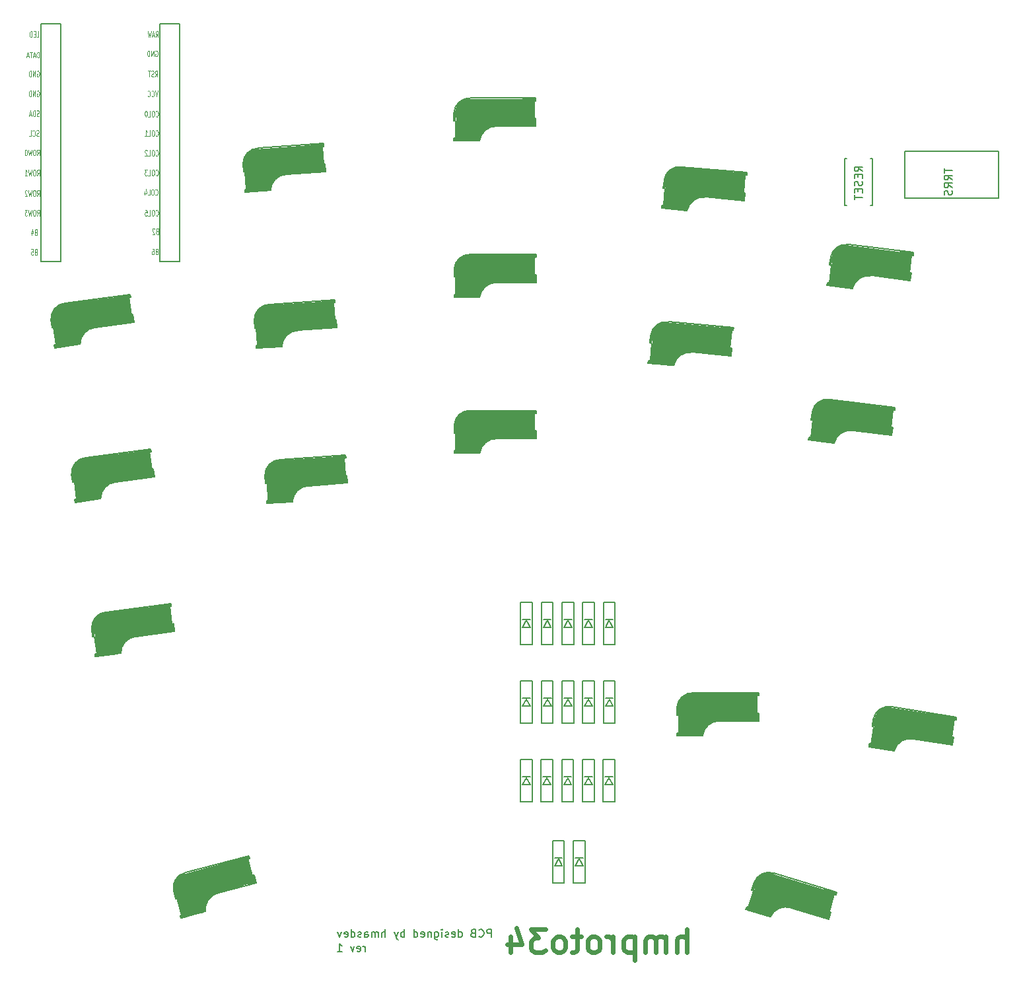
<source format=gbr>
%TF.GenerationSoftware,KiCad,Pcbnew,7.0.7*%
%TF.CreationDate,2024-05-22T00:05:12+09:00*%
%TF.ProjectId,hmproto34,686d7072-6f74-46f3-9334-2e6b69636164,rev?*%
%TF.SameCoordinates,Original*%
%TF.FileFunction,Legend,Bot*%
%TF.FilePolarity,Positive*%
%FSLAX46Y46*%
G04 Gerber Fmt 4.6, Leading zero omitted, Abs format (unit mm)*
G04 Created by KiCad (PCBNEW 7.0.7) date 2024-05-22 00:05:12*
%MOMM*%
%LPD*%
G01*
G04 APERTURE LIST*
%ADD10C,0.150000*%
%ADD11C,0.600000*%
%ADD12C,0.125000*%
%ADD13C,0.300000*%
%ADD14C,0.500000*%
%ADD15C,0.800000*%
%ADD16C,3.000000*%
%ADD17C,3.500000*%
%ADD18C,1.000000*%
%ADD19C,0.400000*%
G04 APERTURE END LIST*
D10*
X56625602Y-132109819D02*
X56625602Y-131443152D01*
X56625602Y-131633628D02*
X56577983Y-131538390D01*
X56577983Y-131538390D02*
X56530364Y-131490771D01*
X56530364Y-131490771D02*
X56435126Y-131443152D01*
X56435126Y-131443152D02*
X56339888Y-131443152D01*
X55625602Y-132062200D02*
X55720840Y-132109819D01*
X55720840Y-132109819D02*
X55911316Y-132109819D01*
X55911316Y-132109819D02*
X56006554Y-132062200D01*
X56006554Y-132062200D02*
X56054173Y-131966961D01*
X56054173Y-131966961D02*
X56054173Y-131586009D01*
X56054173Y-131586009D02*
X56006554Y-131490771D01*
X56006554Y-131490771D02*
X55911316Y-131443152D01*
X55911316Y-131443152D02*
X55720840Y-131443152D01*
X55720840Y-131443152D02*
X55625602Y-131490771D01*
X55625602Y-131490771D02*
X55577983Y-131586009D01*
X55577983Y-131586009D02*
X55577983Y-131681247D01*
X55577983Y-131681247D02*
X56054173Y-131776485D01*
X55244649Y-131443152D02*
X55006554Y-132109819D01*
X55006554Y-132109819D02*
X54768459Y-131443152D01*
X53101792Y-132109819D02*
X53673220Y-132109819D01*
X53387506Y-132109819D02*
X53387506Y-131109819D01*
X53387506Y-131109819D02*
X53482744Y-131252676D01*
X53482744Y-131252676D02*
X53577982Y-131347914D01*
X53577982Y-131347914D02*
X53673220Y-131395533D01*
X72805602Y-130269819D02*
X72805602Y-129269819D01*
X72805602Y-129269819D02*
X72424650Y-129269819D01*
X72424650Y-129269819D02*
X72329412Y-129317438D01*
X72329412Y-129317438D02*
X72281793Y-129365057D01*
X72281793Y-129365057D02*
X72234174Y-129460295D01*
X72234174Y-129460295D02*
X72234174Y-129603152D01*
X72234174Y-129603152D02*
X72281793Y-129698390D01*
X72281793Y-129698390D02*
X72329412Y-129746009D01*
X72329412Y-129746009D02*
X72424650Y-129793628D01*
X72424650Y-129793628D02*
X72805602Y-129793628D01*
X71234174Y-130174580D02*
X71281793Y-130222200D01*
X71281793Y-130222200D02*
X71424650Y-130269819D01*
X71424650Y-130269819D02*
X71519888Y-130269819D01*
X71519888Y-130269819D02*
X71662745Y-130222200D01*
X71662745Y-130222200D02*
X71757983Y-130126961D01*
X71757983Y-130126961D02*
X71805602Y-130031723D01*
X71805602Y-130031723D02*
X71853221Y-129841247D01*
X71853221Y-129841247D02*
X71853221Y-129698390D01*
X71853221Y-129698390D02*
X71805602Y-129507914D01*
X71805602Y-129507914D02*
X71757983Y-129412676D01*
X71757983Y-129412676D02*
X71662745Y-129317438D01*
X71662745Y-129317438D02*
X71519888Y-129269819D01*
X71519888Y-129269819D02*
X71424650Y-129269819D01*
X71424650Y-129269819D02*
X71281793Y-129317438D01*
X71281793Y-129317438D02*
X71234174Y-129365057D01*
X70472269Y-129746009D02*
X70329412Y-129793628D01*
X70329412Y-129793628D02*
X70281793Y-129841247D01*
X70281793Y-129841247D02*
X70234174Y-129936485D01*
X70234174Y-129936485D02*
X70234174Y-130079342D01*
X70234174Y-130079342D02*
X70281793Y-130174580D01*
X70281793Y-130174580D02*
X70329412Y-130222200D01*
X70329412Y-130222200D02*
X70424650Y-130269819D01*
X70424650Y-130269819D02*
X70805602Y-130269819D01*
X70805602Y-130269819D02*
X70805602Y-129269819D01*
X70805602Y-129269819D02*
X70472269Y-129269819D01*
X70472269Y-129269819D02*
X70377031Y-129317438D01*
X70377031Y-129317438D02*
X70329412Y-129365057D01*
X70329412Y-129365057D02*
X70281793Y-129460295D01*
X70281793Y-129460295D02*
X70281793Y-129555533D01*
X70281793Y-129555533D02*
X70329412Y-129650771D01*
X70329412Y-129650771D02*
X70377031Y-129698390D01*
X70377031Y-129698390D02*
X70472269Y-129746009D01*
X70472269Y-129746009D02*
X70805602Y-129746009D01*
X68615126Y-130269819D02*
X68615126Y-129269819D01*
X68615126Y-130222200D02*
X68710364Y-130269819D01*
X68710364Y-130269819D02*
X68900840Y-130269819D01*
X68900840Y-130269819D02*
X68996078Y-130222200D01*
X68996078Y-130222200D02*
X69043697Y-130174580D01*
X69043697Y-130174580D02*
X69091316Y-130079342D01*
X69091316Y-130079342D02*
X69091316Y-129793628D01*
X69091316Y-129793628D02*
X69043697Y-129698390D01*
X69043697Y-129698390D02*
X68996078Y-129650771D01*
X68996078Y-129650771D02*
X68900840Y-129603152D01*
X68900840Y-129603152D02*
X68710364Y-129603152D01*
X68710364Y-129603152D02*
X68615126Y-129650771D01*
X67757983Y-130222200D02*
X67853221Y-130269819D01*
X67853221Y-130269819D02*
X68043697Y-130269819D01*
X68043697Y-130269819D02*
X68138935Y-130222200D01*
X68138935Y-130222200D02*
X68186554Y-130126961D01*
X68186554Y-130126961D02*
X68186554Y-129746009D01*
X68186554Y-129746009D02*
X68138935Y-129650771D01*
X68138935Y-129650771D02*
X68043697Y-129603152D01*
X68043697Y-129603152D02*
X67853221Y-129603152D01*
X67853221Y-129603152D02*
X67757983Y-129650771D01*
X67757983Y-129650771D02*
X67710364Y-129746009D01*
X67710364Y-129746009D02*
X67710364Y-129841247D01*
X67710364Y-129841247D02*
X68186554Y-129936485D01*
X67329411Y-130222200D02*
X67234173Y-130269819D01*
X67234173Y-130269819D02*
X67043697Y-130269819D01*
X67043697Y-130269819D02*
X66948459Y-130222200D01*
X66948459Y-130222200D02*
X66900840Y-130126961D01*
X66900840Y-130126961D02*
X66900840Y-130079342D01*
X66900840Y-130079342D02*
X66948459Y-129984104D01*
X66948459Y-129984104D02*
X67043697Y-129936485D01*
X67043697Y-129936485D02*
X67186554Y-129936485D01*
X67186554Y-129936485D02*
X67281792Y-129888866D01*
X67281792Y-129888866D02*
X67329411Y-129793628D01*
X67329411Y-129793628D02*
X67329411Y-129746009D01*
X67329411Y-129746009D02*
X67281792Y-129650771D01*
X67281792Y-129650771D02*
X67186554Y-129603152D01*
X67186554Y-129603152D02*
X67043697Y-129603152D01*
X67043697Y-129603152D02*
X66948459Y-129650771D01*
X66472268Y-130269819D02*
X66472268Y-129603152D01*
X66472268Y-129269819D02*
X66519887Y-129317438D01*
X66519887Y-129317438D02*
X66472268Y-129365057D01*
X66472268Y-129365057D02*
X66424649Y-129317438D01*
X66424649Y-129317438D02*
X66472268Y-129269819D01*
X66472268Y-129269819D02*
X66472268Y-129365057D01*
X65567507Y-129603152D02*
X65567507Y-130412676D01*
X65567507Y-130412676D02*
X65615126Y-130507914D01*
X65615126Y-130507914D02*
X65662745Y-130555533D01*
X65662745Y-130555533D02*
X65757983Y-130603152D01*
X65757983Y-130603152D02*
X65900840Y-130603152D01*
X65900840Y-130603152D02*
X65996078Y-130555533D01*
X65567507Y-130222200D02*
X65662745Y-130269819D01*
X65662745Y-130269819D02*
X65853221Y-130269819D01*
X65853221Y-130269819D02*
X65948459Y-130222200D01*
X65948459Y-130222200D02*
X65996078Y-130174580D01*
X65996078Y-130174580D02*
X66043697Y-130079342D01*
X66043697Y-130079342D02*
X66043697Y-129793628D01*
X66043697Y-129793628D02*
X65996078Y-129698390D01*
X65996078Y-129698390D02*
X65948459Y-129650771D01*
X65948459Y-129650771D02*
X65853221Y-129603152D01*
X65853221Y-129603152D02*
X65662745Y-129603152D01*
X65662745Y-129603152D02*
X65567507Y-129650771D01*
X65091316Y-129603152D02*
X65091316Y-130269819D01*
X65091316Y-129698390D02*
X65043697Y-129650771D01*
X65043697Y-129650771D02*
X64948459Y-129603152D01*
X64948459Y-129603152D02*
X64805602Y-129603152D01*
X64805602Y-129603152D02*
X64710364Y-129650771D01*
X64710364Y-129650771D02*
X64662745Y-129746009D01*
X64662745Y-129746009D02*
X64662745Y-130269819D01*
X63805602Y-130222200D02*
X63900840Y-130269819D01*
X63900840Y-130269819D02*
X64091316Y-130269819D01*
X64091316Y-130269819D02*
X64186554Y-130222200D01*
X64186554Y-130222200D02*
X64234173Y-130126961D01*
X64234173Y-130126961D02*
X64234173Y-129746009D01*
X64234173Y-129746009D02*
X64186554Y-129650771D01*
X64186554Y-129650771D02*
X64091316Y-129603152D01*
X64091316Y-129603152D02*
X63900840Y-129603152D01*
X63900840Y-129603152D02*
X63805602Y-129650771D01*
X63805602Y-129650771D02*
X63757983Y-129746009D01*
X63757983Y-129746009D02*
X63757983Y-129841247D01*
X63757983Y-129841247D02*
X64234173Y-129936485D01*
X62900840Y-130269819D02*
X62900840Y-129269819D01*
X62900840Y-130222200D02*
X62996078Y-130269819D01*
X62996078Y-130269819D02*
X63186554Y-130269819D01*
X63186554Y-130269819D02*
X63281792Y-130222200D01*
X63281792Y-130222200D02*
X63329411Y-130174580D01*
X63329411Y-130174580D02*
X63377030Y-130079342D01*
X63377030Y-130079342D02*
X63377030Y-129793628D01*
X63377030Y-129793628D02*
X63329411Y-129698390D01*
X63329411Y-129698390D02*
X63281792Y-129650771D01*
X63281792Y-129650771D02*
X63186554Y-129603152D01*
X63186554Y-129603152D02*
X62996078Y-129603152D01*
X62996078Y-129603152D02*
X62900840Y-129650771D01*
X61662744Y-130269819D02*
X61662744Y-129269819D01*
X61662744Y-129650771D02*
X61567506Y-129603152D01*
X61567506Y-129603152D02*
X61377030Y-129603152D01*
X61377030Y-129603152D02*
X61281792Y-129650771D01*
X61281792Y-129650771D02*
X61234173Y-129698390D01*
X61234173Y-129698390D02*
X61186554Y-129793628D01*
X61186554Y-129793628D02*
X61186554Y-130079342D01*
X61186554Y-130079342D02*
X61234173Y-130174580D01*
X61234173Y-130174580D02*
X61281792Y-130222200D01*
X61281792Y-130222200D02*
X61377030Y-130269819D01*
X61377030Y-130269819D02*
X61567506Y-130269819D01*
X61567506Y-130269819D02*
X61662744Y-130222200D01*
X60853220Y-129603152D02*
X60615125Y-130269819D01*
X60377030Y-129603152D02*
X60615125Y-130269819D01*
X60615125Y-130269819D02*
X60710363Y-130507914D01*
X60710363Y-130507914D02*
X60757982Y-130555533D01*
X60757982Y-130555533D02*
X60853220Y-130603152D01*
X59234172Y-130269819D02*
X59234172Y-129269819D01*
X58805601Y-130269819D02*
X58805601Y-129746009D01*
X58805601Y-129746009D02*
X58853220Y-129650771D01*
X58853220Y-129650771D02*
X58948458Y-129603152D01*
X58948458Y-129603152D02*
X59091315Y-129603152D01*
X59091315Y-129603152D02*
X59186553Y-129650771D01*
X59186553Y-129650771D02*
X59234172Y-129698390D01*
X58329410Y-130269819D02*
X58329410Y-129603152D01*
X58329410Y-129698390D02*
X58281791Y-129650771D01*
X58281791Y-129650771D02*
X58186553Y-129603152D01*
X58186553Y-129603152D02*
X58043696Y-129603152D01*
X58043696Y-129603152D02*
X57948458Y-129650771D01*
X57948458Y-129650771D02*
X57900839Y-129746009D01*
X57900839Y-129746009D02*
X57900839Y-130269819D01*
X57900839Y-129746009D02*
X57853220Y-129650771D01*
X57853220Y-129650771D02*
X57757982Y-129603152D01*
X57757982Y-129603152D02*
X57615125Y-129603152D01*
X57615125Y-129603152D02*
X57519886Y-129650771D01*
X57519886Y-129650771D02*
X57472267Y-129746009D01*
X57472267Y-129746009D02*
X57472267Y-130269819D01*
X56567506Y-130269819D02*
X56567506Y-129746009D01*
X56567506Y-129746009D02*
X56615125Y-129650771D01*
X56615125Y-129650771D02*
X56710363Y-129603152D01*
X56710363Y-129603152D02*
X56900839Y-129603152D01*
X56900839Y-129603152D02*
X56996077Y-129650771D01*
X56567506Y-130222200D02*
X56662744Y-130269819D01*
X56662744Y-130269819D02*
X56900839Y-130269819D01*
X56900839Y-130269819D02*
X56996077Y-130222200D01*
X56996077Y-130222200D02*
X57043696Y-130126961D01*
X57043696Y-130126961D02*
X57043696Y-130031723D01*
X57043696Y-130031723D02*
X56996077Y-129936485D01*
X56996077Y-129936485D02*
X56900839Y-129888866D01*
X56900839Y-129888866D02*
X56662744Y-129888866D01*
X56662744Y-129888866D02*
X56567506Y-129841247D01*
X56138934Y-130222200D02*
X56043696Y-130269819D01*
X56043696Y-130269819D02*
X55853220Y-130269819D01*
X55853220Y-130269819D02*
X55757982Y-130222200D01*
X55757982Y-130222200D02*
X55710363Y-130126961D01*
X55710363Y-130126961D02*
X55710363Y-130079342D01*
X55710363Y-130079342D02*
X55757982Y-129984104D01*
X55757982Y-129984104D02*
X55853220Y-129936485D01*
X55853220Y-129936485D02*
X55996077Y-129936485D01*
X55996077Y-129936485D02*
X56091315Y-129888866D01*
X56091315Y-129888866D02*
X56138934Y-129793628D01*
X56138934Y-129793628D02*
X56138934Y-129746009D01*
X56138934Y-129746009D02*
X56091315Y-129650771D01*
X56091315Y-129650771D02*
X55996077Y-129603152D01*
X55996077Y-129603152D02*
X55853220Y-129603152D01*
X55853220Y-129603152D02*
X55757982Y-129650771D01*
X54853220Y-130269819D02*
X54853220Y-129269819D01*
X54853220Y-130222200D02*
X54948458Y-130269819D01*
X54948458Y-130269819D02*
X55138934Y-130269819D01*
X55138934Y-130269819D02*
X55234172Y-130222200D01*
X55234172Y-130222200D02*
X55281791Y-130174580D01*
X55281791Y-130174580D02*
X55329410Y-130079342D01*
X55329410Y-130079342D02*
X55329410Y-129793628D01*
X55329410Y-129793628D02*
X55281791Y-129698390D01*
X55281791Y-129698390D02*
X55234172Y-129650771D01*
X55234172Y-129650771D02*
X55138934Y-129603152D01*
X55138934Y-129603152D02*
X54948458Y-129603152D01*
X54948458Y-129603152D02*
X54853220Y-129650771D01*
X53996077Y-130222200D02*
X54091315Y-130269819D01*
X54091315Y-130269819D02*
X54281791Y-130269819D01*
X54281791Y-130269819D02*
X54377029Y-130222200D01*
X54377029Y-130222200D02*
X54424648Y-130126961D01*
X54424648Y-130126961D02*
X54424648Y-129746009D01*
X54424648Y-129746009D02*
X54377029Y-129650771D01*
X54377029Y-129650771D02*
X54281791Y-129603152D01*
X54281791Y-129603152D02*
X54091315Y-129603152D01*
X54091315Y-129603152D02*
X53996077Y-129650771D01*
X53996077Y-129650771D02*
X53948458Y-129746009D01*
X53948458Y-129746009D02*
X53948458Y-129841247D01*
X53948458Y-129841247D02*
X54424648Y-129936485D01*
X53615124Y-129603152D02*
X53377029Y-130269819D01*
X53377029Y-130269819D02*
X53138934Y-129603152D01*
D11*
X97873360Y-132221657D02*
X97873360Y-129221657D01*
X96587646Y-132221657D02*
X96587646Y-130650228D01*
X96587646Y-130650228D02*
X96730503Y-130364514D01*
X96730503Y-130364514D02*
X97016217Y-130221657D01*
X97016217Y-130221657D02*
X97444788Y-130221657D01*
X97444788Y-130221657D02*
X97730503Y-130364514D01*
X97730503Y-130364514D02*
X97873360Y-130507371D01*
X95159074Y-132221657D02*
X95159074Y-130221657D01*
X95159074Y-130507371D02*
X95016217Y-130364514D01*
X95016217Y-130364514D02*
X94730502Y-130221657D01*
X94730502Y-130221657D02*
X94301931Y-130221657D01*
X94301931Y-130221657D02*
X94016217Y-130364514D01*
X94016217Y-130364514D02*
X93873360Y-130650228D01*
X93873360Y-130650228D02*
X93873360Y-132221657D01*
X93873360Y-130650228D02*
X93730502Y-130364514D01*
X93730502Y-130364514D02*
X93444788Y-130221657D01*
X93444788Y-130221657D02*
X93016217Y-130221657D01*
X93016217Y-130221657D02*
X92730502Y-130364514D01*
X92730502Y-130364514D02*
X92587645Y-130650228D01*
X92587645Y-130650228D02*
X92587645Y-132221657D01*
X91159074Y-130221657D02*
X91159074Y-133221657D01*
X91159074Y-130364514D02*
X90873360Y-130221657D01*
X90873360Y-130221657D02*
X90301931Y-130221657D01*
X90301931Y-130221657D02*
X90016217Y-130364514D01*
X90016217Y-130364514D02*
X89873360Y-130507371D01*
X89873360Y-130507371D02*
X89730502Y-130793085D01*
X89730502Y-130793085D02*
X89730502Y-131650228D01*
X89730502Y-131650228D02*
X89873360Y-131935942D01*
X89873360Y-131935942D02*
X90016217Y-132078800D01*
X90016217Y-132078800D02*
X90301931Y-132221657D01*
X90301931Y-132221657D02*
X90873360Y-132221657D01*
X90873360Y-132221657D02*
X91159074Y-132078800D01*
X88444788Y-132221657D02*
X88444788Y-130221657D01*
X88444788Y-130793085D02*
X88301931Y-130507371D01*
X88301931Y-130507371D02*
X88159074Y-130364514D01*
X88159074Y-130364514D02*
X87873359Y-130221657D01*
X87873359Y-130221657D02*
X87587645Y-130221657D01*
X86159073Y-132221657D02*
X86444788Y-132078800D01*
X86444788Y-132078800D02*
X86587645Y-131935942D01*
X86587645Y-131935942D02*
X86730502Y-131650228D01*
X86730502Y-131650228D02*
X86730502Y-130793085D01*
X86730502Y-130793085D02*
X86587645Y-130507371D01*
X86587645Y-130507371D02*
X86444788Y-130364514D01*
X86444788Y-130364514D02*
X86159073Y-130221657D01*
X86159073Y-130221657D02*
X85730502Y-130221657D01*
X85730502Y-130221657D02*
X85444788Y-130364514D01*
X85444788Y-130364514D02*
X85301931Y-130507371D01*
X85301931Y-130507371D02*
X85159073Y-130793085D01*
X85159073Y-130793085D02*
X85159073Y-131650228D01*
X85159073Y-131650228D02*
X85301931Y-131935942D01*
X85301931Y-131935942D02*
X85444788Y-132078800D01*
X85444788Y-132078800D02*
X85730502Y-132221657D01*
X85730502Y-132221657D02*
X86159073Y-132221657D01*
X84301930Y-130221657D02*
X83159073Y-130221657D01*
X83873359Y-129221657D02*
X83873359Y-131793085D01*
X83873359Y-131793085D02*
X83730502Y-132078800D01*
X83730502Y-132078800D02*
X83444787Y-132221657D01*
X83444787Y-132221657D02*
X83159073Y-132221657D01*
X81730501Y-132221657D02*
X82016216Y-132078800D01*
X82016216Y-132078800D02*
X82159073Y-131935942D01*
X82159073Y-131935942D02*
X82301930Y-131650228D01*
X82301930Y-131650228D02*
X82301930Y-130793085D01*
X82301930Y-130793085D02*
X82159073Y-130507371D01*
X82159073Y-130507371D02*
X82016216Y-130364514D01*
X82016216Y-130364514D02*
X81730501Y-130221657D01*
X81730501Y-130221657D02*
X81301930Y-130221657D01*
X81301930Y-130221657D02*
X81016216Y-130364514D01*
X81016216Y-130364514D02*
X80873359Y-130507371D01*
X80873359Y-130507371D02*
X80730501Y-130793085D01*
X80730501Y-130793085D02*
X80730501Y-131650228D01*
X80730501Y-131650228D02*
X80873359Y-131935942D01*
X80873359Y-131935942D02*
X81016216Y-132078800D01*
X81016216Y-132078800D02*
X81301930Y-132221657D01*
X81301930Y-132221657D02*
X81730501Y-132221657D01*
X79730501Y-129221657D02*
X77873358Y-129221657D01*
X77873358Y-129221657D02*
X78873358Y-130364514D01*
X78873358Y-130364514D02*
X78444787Y-130364514D01*
X78444787Y-130364514D02*
X78159073Y-130507371D01*
X78159073Y-130507371D02*
X78016215Y-130650228D01*
X78016215Y-130650228D02*
X77873358Y-130935942D01*
X77873358Y-130935942D02*
X77873358Y-131650228D01*
X77873358Y-131650228D02*
X78016215Y-131935942D01*
X78016215Y-131935942D02*
X78159073Y-132078800D01*
X78159073Y-132078800D02*
X78444787Y-132221657D01*
X78444787Y-132221657D02*
X79301930Y-132221657D01*
X79301930Y-132221657D02*
X79587644Y-132078800D01*
X79587644Y-132078800D02*
X79730501Y-131935942D01*
X75301930Y-130221657D02*
X75301930Y-132221657D01*
X76016215Y-129078800D02*
X76730501Y-131221657D01*
X76730501Y-131221657D02*
X74873358Y-131221657D01*
D10*
X120364819Y-32089618D02*
X119888628Y-31756285D01*
X120364819Y-31518190D02*
X119364819Y-31518190D01*
X119364819Y-31518190D02*
X119364819Y-31899142D01*
X119364819Y-31899142D02*
X119412438Y-31994380D01*
X119412438Y-31994380D02*
X119460057Y-32041999D01*
X119460057Y-32041999D02*
X119555295Y-32089618D01*
X119555295Y-32089618D02*
X119698152Y-32089618D01*
X119698152Y-32089618D02*
X119793390Y-32041999D01*
X119793390Y-32041999D02*
X119841009Y-31994380D01*
X119841009Y-31994380D02*
X119888628Y-31899142D01*
X119888628Y-31899142D02*
X119888628Y-31518190D01*
X119841009Y-32518190D02*
X119841009Y-32851523D01*
X120364819Y-32994380D02*
X120364819Y-32518190D01*
X120364819Y-32518190D02*
X119364819Y-32518190D01*
X119364819Y-32518190D02*
X119364819Y-32994380D01*
X120317200Y-33375333D02*
X120364819Y-33518190D01*
X120364819Y-33518190D02*
X120364819Y-33756285D01*
X120364819Y-33756285D02*
X120317200Y-33851523D01*
X120317200Y-33851523D02*
X120269580Y-33899142D01*
X120269580Y-33899142D02*
X120174342Y-33946761D01*
X120174342Y-33946761D02*
X120079104Y-33946761D01*
X120079104Y-33946761D02*
X119983866Y-33899142D01*
X119983866Y-33899142D02*
X119936247Y-33851523D01*
X119936247Y-33851523D02*
X119888628Y-33756285D01*
X119888628Y-33756285D02*
X119841009Y-33565809D01*
X119841009Y-33565809D02*
X119793390Y-33470571D01*
X119793390Y-33470571D02*
X119745771Y-33422952D01*
X119745771Y-33422952D02*
X119650533Y-33375333D01*
X119650533Y-33375333D02*
X119555295Y-33375333D01*
X119555295Y-33375333D02*
X119460057Y-33422952D01*
X119460057Y-33422952D02*
X119412438Y-33470571D01*
X119412438Y-33470571D02*
X119364819Y-33565809D01*
X119364819Y-33565809D02*
X119364819Y-33803904D01*
X119364819Y-33803904D02*
X119412438Y-33946761D01*
X119841009Y-34375333D02*
X119841009Y-34708666D01*
X120364819Y-34851523D02*
X120364819Y-34375333D01*
X120364819Y-34375333D02*
X119364819Y-34375333D01*
X119364819Y-34375333D02*
X119364819Y-34851523D01*
X119364819Y-35137238D02*
X119364819Y-35708666D01*
X120364819Y-35422952D02*
X119364819Y-35422952D01*
X130881319Y-31702595D02*
X130881319Y-32274023D01*
X131881319Y-31988309D02*
X130881319Y-31988309D01*
X131881319Y-33178785D02*
X131405128Y-32845452D01*
X131881319Y-32607357D02*
X130881319Y-32607357D01*
X130881319Y-32607357D02*
X130881319Y-32988309D01*
X130881319Y-32988309D02*
X130928938Y-33083547D01*
X130928938Y-33083547D02*
X130976557Y-33131166D01*
X130976557Y-33131166D02*
X131071795Y-33178785D01*
X131071795Y-33178785D02*
X131214652Y-33178785D01*
X131214652Y-33178785D02*
X131309890Y-33131166D01*
X131309890Y-33131166D02*
X131357509Y-33083547D01*
X131357509Y-33083547D02*
X131405128Y-32988309D01*
X131405128Y-32988309D02*
X131405128Y-32607357D01*
X131881319Y-34178785D02*
X131405128Y-33845452D01*
X131881319Y-33607357D02*
X130881319Y-33607357D01*
X130881319Y-33607357D02*
X130881319Y-33988309D01*
X130881319Y-33988309D02*
X130928938Y-34083547D01*
X130928938Y-34083547D02*
X130976557Y-34131166D01*
X130976557Y-34131166D02*
X131071795Y-34178785D01*
X131071795Y-34178785D02*
X131214652Y-34178785D01*
X131214652Y-34178785D02*
X131309890Y-34131166D01*
X131309890Y-34131166D02*
X131357509Y-34083547D01*
X131357509Y-34083547D02*
X131405128Y-33988309D01*
X131405128Y-33988309D02*
X131405128Y-33607357D01*
X131833700Y-34559738D02*
X131881319Y-34702595D01*
X131881319Y-34702595D02*
X131881319Y-34940690D01*
X131881319Y-34940690D02*
X131833700Y-35035928D01*
X131833700Y-35035928D02*
X131786080Y-35083547D01*
X131786080Y-35083547D02*
X131690842Y-35131166D01*
X131690842Y-35131166D02*
X131595604Y-35131166D01*
X131595604Y-35131166D02*
X131500366Y-35083547D01*
X131500366Y-35083547D02*
X131452747Y-35035928D01*
X131452747Y-35035928D02*
X131405128Y-34940690D01*
X131405128Y-34940690D02*
X131357509Y-34750214D01*
X131357509Y-34750214D02*
X131309890Y-34654976D01*
X131309890Y-34654976D02*
X131262271Y-34607357D01*
X131262271Y-34607357D02*
X131167033Y-34559738D01*
X131167033Y-34559738D02*
X131071795Y-34559738D01*
X131071795Y-34559738D02*
X130976557Y-34607357D01*
X130976557Y-34607357D02*
X130928938Y-34654976D01*
X130928938Y-34654976D02*
X130881319Y-34750214D01*
X130881319Y-34750214D02*
X130881319Y-34988309D01*
X130881319Y-34988309D02*
X130928938Y-35131166D01*
D12*
X14532428Y-14883964D02*
X14770523Y-14883964D01*
X14770523Y-14883964D02*
X14770523Y-14133964D01*
X14365761Y-14491107D02*
X14199094Y-14491107D01*
X14127666Y-14883964D02*
X14365761Y-14883964D01*
X14365761Y-14883964D02*
X14365761Y-14133964D01*
X14365761Y-14133964D02*
X14127666Y-14133964D01*
X13913380Y-14883964D02*
X13913380Y-14133964D01*
X13913380Y-14133964D02*
X13794332Y-14133964D01*
X13794332Y-14133964D02*
X13722904Y-14169678D01*
X13722904Y-14169678D02*
X13675285Y-14241107D01*
X13675285Y-14241107D02*
X13651475Y-14312535D01*
X13651475Y-14312535D02*
X13627666Y-14455392D01*
X13627666Y-14455392D02*
X13627666Y-14562535D01*
X13627666Y-14562535D02*
X13651475Y-14705392D01*
X13651475Y-14705392D02*
X13675285Y-14776821D01*
X13675285Y-14776821D02*
X13722904Y-14848250D01*
X13722904Y-14848250D02*
X13794332Y-14883964D01*
X13794332Y-14883964D02*
X13913380Y-14883964D01*
X29807619Y-30057035D02*
X29831428Y-30092750D01*
X29831428Y-30092750D02*
X29902857Y-30128464D01*
X29902857Y-30128464D02*
X29950476Y-30128464D01*
X29950476Y-30128464D02*
X30021904Y-30092750D01*
X30021904Y-30092750D02*
X30069523Y-30021321D01*
X30069523Y-30021321D02*
X30093333Y-29949892D01*
X30093333Y-29949892D02*
X30117142Y-29807035D01*
X30117142Y-29807035D02*
X30117142Y-29699892D01*
X30117142Y-29699892D02*
X30093333Y-29557035D01*
X30093333Y-29557035D02*
X30069523Y-29485607D01*
X30069523Y-29485607D02*
X30021904Y-29414178D01*
X30021904Y-29414178D02*
X29950476Y-29378464D01*
X29950476Y-29378464D02*
X29902857Y-29378464D01*
X29902857Y-29378464D02*
X29831428Y-29414178D01*
X29831428Y-29414178D02*
X29807619Y-29449892D01*
X29498095Y-29378464D02*
X29402857Y-29378464D01*
X29402857Y-29378464D02*
X29355238Y-29414178D01*
X29355238Y-29414178D02*
X29307619Y-29485607D01*
X29307619Y-29485607D02*
X29283809Y-29628464D01*
X29283809Y-29628464D02*
X29283809Y-29878464D01*
X29283809Y-29878464D02*
X29307619Y-30021321D01*
X29307619Y-30021321D02*
X29355238Y-30092750D01*
X29355238Y-30092750D02*
X29402857Y-30128464D01*
X29402857Y-30128464D02*
X29498095Y-30128464D01*
X29498095Y-30128464D02*
X29545714Y-30092750D01*
X29545714Y-30092750D02*
X29593333Y-30021321D01*
X29593333Y-30021321D02*
X29617142Y-29878464D01*
X29617142Y-29878464D02*
X29617142Y-29628464D01*
X29617142Y-29628464D02*
X29593333Y-29485607D01*
X29593333Y-29485607D02*
X29545714Y-29414178D01*
X29545714Y-29414178D02*
X29498095Y-29378464D01*
X28831428Y-30128464D02*
X29069523Y-30128464D01*
X29069523Y-30128464D02*
X29069523Y-29378464D01*
X28688570Y-29449892D02*
X28664761Y-29414178D01*
X28664761Y-29414178D02*
X28617142Y-29378464D01*
X28617142Y-29378464D02*
X28498094Y-29378464D01*
X28498094Y-29378464D02*
X28450475Y-29414178D01*
X28450475Y-29414178D02*
X28426666Y-29449892D01*
X28426666Y-29449892D02*
X28402856Y-29521321D01*
X28402856Y-29521321D02*
X28402856Y-29592750D01*
X28402856Y-29592750D02*
X28426666Y-29699892D01*
X28426666Y-29699892D02*
X28712380Y-30128464D01*
X28712380Y-30128464D02*
X28402856Y-30128464D01*
X14590952Y-37778464D02*
X14757618Y-37421321D01*
X14876666Y-37778464D02*
X14876666Y-37028464D01*
X14876666Y-37028464D02*
X14686190Y-37028464D01*
X14686190Y-37028464D02*
X14638571Y-37064178D01*
X14638571Y-37064178D02*
X14614761Y-37099892D01*
X14614761Y-37099892D02*
X14590952Y-37171321D01*
X14590952Y-37171321D02*
X14590952Y-37278464D01*
X14590952Y-37278464D02*
X14614761Y-37349892D01*
X14614761Y-37349892D02*
X14638571Y-37385607D01*
X14638571Y-37385607D02*
X14686190Y-37421321D01*
X14686190Y-37421321D02*
X14876666Y-37421321D01*
X14281428Y-37028464D02*
X14186190Y-37028464D01*
X14186190Y-37028464D02*
X14138571Y-37064178D01*
X14138571Y-37064178D02*
X14090952Y-37135607D01*
X14090952Y-37135607D02*
X14067142Y-37278464D01*
X14067142Y-37278464D02*
X14067142Y-37528464D01*
X14067142Y-37528464D02*
X14090952Y-37671321D01*
X14090952Y-37671321D02*
X14138571Y-37742750D01*
X14138571Y-37742750D02*
X14186190Y-37778464D01*
X14186190Y-37778464D02*
X14281428Y-37778464D01*
X14281428Y-37778464D02*
X14329047Y-37742750D01*
X14329047Y-37742750D02*
X14376666Y-37671321D01*
X14376666Y-37671321D02*
X14400475Y-37528464D01*
X14400475Y-37528464D02*
X14400475Y-37278464D01*
X14400475Y-37278464D02*
X14376666Y-37135607D01*
X14376666Y-37135607D02*
X14329047Y-37064178D01*
X14329047Y-37064178D02*
X14281428Y-37028464D01*
X13900475Y-37028464D02*
X13781427Y-37778464D01*
X13781427Y-37778464D02*
X13686189Y-37242750D01*
X13686189Y-37242750D02*
X13590951Y-37778464D01*
X13590951Y-37778464D02*
X13471904Y-37028464D01*
X13329046Y-37028464D02*
X13019522Y-37028464D01*
X13019522Y-37028464D02*
X13186189Y-37314178D01*
X13186189Y-37314178D02*
X13114760Y-37314178D01*
X13114760Y-37314178D02*
X13067141Y-37349892D01*
X13067141Y-37349892D02*
X13043332Y-37385607D01*
X13043332Y-37385607D02*
X13019522Y-37457035D01*
X13019522Y-37457035D02*
X13019522Y-37635607D01*
X13019522Y-37635607D02*
X13043332Y-37707035D01*
X13043332Y-37707035D02*
X13067141Y-37742750D01*
X13067141Y-37742750D02*
X13114760Y-37778464D01*
X13114760Y-37778464D02*
X13257617Y-37778464D01*
X13257617Y-37778464D02*
X13305236Y-37742750D01*
X13305236Y-37742750D02*
X13329046Y-37707035D01*
X14591952Y-19249678D02*
X14639571Y-19213964D01*
X14639571Y-19213964D02*
X14711000Y-19213964D01*
X14711000Y-19213964D02*
X14782428Y-19249678D01*
X14782428Y-19249678D02*
X14830047Y-19321107D01*
X14830047Y-19321107D02*
X14853857Y-19392535D01*
X14853857Y-19392535D02*
X14877666Y-19535392D01*
X14877666Y-19535392D02*
X14877666Y-19642535D01*
X14877666Y-19642535D02*
X14853857Y-19785392D01*
X14853857Y-19785392D02*
X14830047Y-19856821D01*
X14830047Y-19856821D02*
X14782428Y-19928250D01*
X14782428Y-19928250D02*
X14711000Y-19963964D01*
X14711000Y-19963964D02*
X14663381Y-19963964D01*
X14663381Y-19963964D02*
X14591952Y-19928250D01*
X14591952Y-19928250D02*
X14568143Y-19892535D01*
X14568143Y-19892535D02*
X14568143Y-19642535D01*
X14568143Y-19642535D02*
X14663381Y-19642535D01*
X14353857Y-19963964D02*
X14353857Y-19213964D01*
X14353857Y-19213964D02*
X14068143Y-19963964D01*
X14068143Y-19963964D02*
X14068143Y-19213964D01*
X13830047Y-19963964D02*
X13830047Y-19213964D01*
X13830047Y-19213964D02*
X13710999Y-19213964D01*
X13710999Y-19213964D02*
X13639571Y-19249678D01*
X13639571Y-19249678D02*
X13591952Y-19321107D01*
X13591952Y-19321107D02*
X13568142Y-19392535D01*
X13568142Y-19392535D02*
X13544333Y-19535392D01*
X13544333Y-19535392D02*
X13544333Y-19642535D01*
X13544333Y-19642535D02*
X13568142Y-19785392D01*
X13568142Y-19785392D02*
X13591952Y-19856821D01*
X13591952Y-19856821D02*
X13639571Y-19928250D01*
X13639571Y-19928250D02*
X13710999Y-19963964D01*
X13710999Y-19963964D02*
X13830047Y-19963964D01*
X29807619Y-25007035D02*
X29831428Y-25042750D01*
X29831428Y-25042750D02*
X29902857Y-25078464D01*
X29902857Y-25078464D02*
X29950476Y-25078464D01*
X29950476Y-25078464D02*
X30021904Y-25042750D01*
X30021904Y-25042750D02*
X30069523Y-24971321D01*
X30069523Y-24971321D02*
X30093333Y-24899892D01*
X30093333Y-24899892D02*
X30117142Y-24757035D01*
X30117142Y-24757035D02*
X30117142Y-24649892D01*
X30117142Y-24649892D02*
X30093333Y-24507035D01*
X30093333Y-24507035D02*
X30069523Y-24435607D01*
X30069523Y-24435607D02*
X30021904Y-24364178D01*
X30021904Y-24364178D02*
X29950476Y-24328464D01*
X29950476Y-24328464D02*
X29902857Y-24328464D01*
X29902857Y-24328464D02*
X29831428Y-24364178D01*
X29831428Y-24364178D02*
X29807619Y-24399892D01*
X29498095Y-24328464D02*
X29402857Y-24328464D01*
X29402857Y-24328464D02*
X29355238Y-24364178D01*
X29355238Y-24364178D02*
X29307619Y-24435607D01*
X29307619Y-24435607D02*
X29283809Y-24578464D01*
X29283809Y-24578464D02*
X29283809Y-24828464D01*
X29283809Y-24828464D02*
X29307619Y-24971321D01*
X29307619Y-24971321D02*
X29355238Y-25042750D01*
X29355238Y-25042750D02*
X29402857Y-25078464D01*
X29402857Y-25078464D02*
X29498095Y-25078464D01*
X29498095Y-25078464D02*
X29545714Y-25042750D01*
X29545714Y-25042750D02*
X29593333Y-24971321D01*
X29593333Y-24971321D02*
X29617142Y-24828464D01*
X29617142Y-24828464D02*
X29617142Y-24578464D01*
X29617142Y-24578464D02*
X29593333Y-24435607D01*
X29593333Y-24435607D02*
X29545714Y-24364178D01*
X29545714Y-24364178D02*
X29498095Y-24328464D01*
X28831428Y-25078464D02*
X29069523Y-25078464D01*
X29069523Y-25078464D02*
X29069523Y-24328464D01*
X28569523Y-24328464D02*
X28521904Y-24328464D01*
X28521904Y-24328464D02*
X28474285Y-24364178D01*
X28474285Y-24364178D02*
X28450475Y-24399892D01*
X28450475Y-24399892D02*
X28426666Y-24471321D01*
X28426666Y-24471321D02*
X28402856Y-24614178D01*
X28402856Y-24614178D02*
X28402856Y-24792750D01*
X28402856Y-24792750D02*
X28426666Y-24935607D01*
X28426666Y-24935607D02*
X28450475Y-25007035D01*
X28450475Y-25007035D02*
X28474285Y-25042750D01*
X28474285Y-25042750D02*
X28521904Y-25078464D01*
X28521904Y-25078464D02*
X28569523Y-25078464D01*
X28569523Y-25078464D02*
X28617142Y-25042750D01*
X28617142Y-25042750D02*
X28640951Y-25007035D01*
X28640951Y-25007035D02*
X28664761Y-24935607D01*
X28664761Y-24935607D02*
X28688570Y-24792750D01*
X28688570Y-24792750D02*
X28688570Y-24614178D01*
X28688570Y-24614178D02*
X28664761Y-24471321D01*
X28664761Y-24471321D02*
X28640951Y-24399892D01*
X28640951Y-24399892D02*
X28617142Y-24364178D01*
X28617142Y-24364178D02*
X28569523Y-24328464D01*
X29907380Y-42367607D02*
X29835952Y-42403321D01*
X29835952Y-42403321D02*
X29812142Y-42439035D01*
X29812142Y-42439035D02*
X29788333Y-42510464D01*
X29788333Y-42510464D02*
X29788333Y-42617607D01*
X29788333Y-42617607D02*
X29812142Y-42689035D01*
X29812142Y-42689035D02*
X29835952Y-42724750D01*
X29835952Y-42724750D02*
X29883571Y-42760464D01*
X29883571Y-42760464D02*
X30074047Y-42760464D01*
X30074047Y-42760464D02*
X30074047Y-42010464D01*
X30074047Y-42010464D02*
X29907380Y-42010464D01*
X29907380Y-42010464D02*
X29859761Y-42046178D01*
X29859761Y-42046178D02*
X29835952Y-42081892D01*
X29835952Y-42081892D02*
X29812142Y-42153321D01*
X29812142Y-42153321D02*
X29812142Y-42224750D01*
X29812142Y-42224750D02*
X29835952Y-42296178D01*
X29835952Y-42296178D02*
X29859761Y-42331892D01*
X29859761Y-42331892D02*
X29907380Y-42367607D01*
X29907380Y-42367607D02*
X30074047Y-42367607D01*
X29359761Y-42010464D02*
X29454999Y-42010464D01*
X29454999Y-42010464D02*
X29502618Y-42046178D01*
X29502618Y-42046178D02*
X29526428Y-42081892D01*
X29526428Y-42081892D02*
X29574047Y-42189035D01*
X29574047Y-42189035D02*
X29597856Y-42331892D01*
X29597856Y-42331892D02*
X29597856Y-42617607D01*
X29597856Y-42617607D02*
X29574047Y-42689035D01*
X29574047Y-42689035D02*
X29550237Y-42724750D01*
X29550237Y-42724750D02*
X29502618Y-42760464D01*
X29502618Y-42760464D02*
X29407380Y-42760464D01*
X29407380Y-42760464D02*
X29359761Y-42724750D01*
X29359761Y-42724750D02*
X29335952Y-42689035D01*
X29335952Y-42689035D02*
X29312142Y-42617607D01*
X29312142Y-42617607D02*
X29312142Y-42439035D01*
X29312142Y-42439035D02*
X29335952Y-42367607D01*
X29335952Y-42367607D02*
X29359761Y-42331892D01*
X29359761Y-42331892D02*
X29407380Y-42296178D01*
X29407380Y-42296178D02*
X29502618Y-42296178D01*
X29502618Y-42296178D02*
X29550237Y-42331892D01*
X29550237Y-42331892D02*
X29574047Y-42367607D01*
X29574047Y-42367607D02*
X29597856Y-42439035D01*
X29807619Y-32557035D02*
X29831428Y-32592750D01*
X29831428Y-32592750D02*
X29902857Y-32628464D01*
X29902857Y-32628464D02*
X29950476Y-32628464D01*
X29950476Y-32628464D02*
X30021904Y-32592750D01*
X30021904Y-32592750D02*
X30069523Y-32521321D01*
X30069523Y-32521321D02*
X30093333Y-32449892D01*
X30093333Y-32449892D02*
X30117142Y-32307035D01*
X30117142Y-32307035D02*
X30117142Y-32199892D01*
X30117142Y-32199892D02*
X30093333Y-32057035D01*
X30093333Y-32057035D02*
X30069523Y-31985607D01*
X30069523Y-31985607D02*
X30021904Y-31914178D01*
X30021904Y-31914178D02*
X29950476Y-31878464D01*
X29950476Y-31878464D02*
X29902857Y-31878464D01*
X29902857Y-31878464D02*
X29831428Y-31914178D01*
X29831428Y-31914178D02*
X29807619Y-31949892D01*
X29498095Y-31878464D02*
X29402857Y-31878464D01*
X29402857Y-31878464D02*
X29355238Y-31914178D01*
X29355238Y-31914178D02*
X29307619Y-31985607D01*
X29307619Y-31985607D02*
X29283809Y-32128464D01*
X29283809Y-32128464D02*
X29283809Y-32378464D01*
X29283809Y-32378464D02*
X29307619Y-32521321D01*
X29307619Y-32521321D02*
X29355238Y-32592750D01*
X29355238Y-32592750D02*
X29402857Y-32628464D01*
X29402857Y-32628464D02*
X29498095Y-32628464D01*
X29498095Y-32628464D02*
X29545714Y-32592750D01*
X29545714Y-32592750D02*
X29593333Y-32521321D01*
X29593333Y-32521321D02*
X29617142Y-32378464D01*
X29617142Y-32378464D02*
X29617142Y-32128464D01*
X29617142Y-32128464D02*
X29593333Y-31985607D01*
X29593333Y-31985607D02*
X29545714Y-31914178D01*
X29545714Y-31914178D02*
X29498095Y-31878464D01*
X28831428Y-32628464D02*
X29069523Y-32628464D01*
X29069523Y-32628464D02*
X29069523Y-31878464D01*
X28712380Y-31878464D02*
X28402856Y-31878464D01*
X28402856Y-31878464D02*
X28569523Y-32164178D01*
X28569523Y-32164178D02*
X28498094Y-32164178D01*
X28498094Y-32164178D02*
X28450475Y-32199892D01*
X28450475Y-32199892D02*
X28426666Y-32235607D01*
X28426666Y-32235607D02*
X28402856Y-32307035D01*
X28402856Y-32307035D02*
X28402856Y-32485607D01*
X28402856Y-32485607D02*
X28426666Y-32557035D01*
X28426666Y-32557035D02*
X28450475Y-32592750D01*
X28450475Y-32592750D02*
X28498094Y-32628464D01*
X28498094Y-32628464D02*
X28640951Y-32628464D01*
X28640951Y-32628464D02*
X28688570Y-32592750D01*
X28688570Y-32592750D02*
X28712380Y-32557035D01*
X29757619Y-35069035D02*
X29781428Y-35104750D01*
X29781428Y-35104750D02*
X29852857Y-35140464D01*
X29852857Y-35140464D02*
X29900476Y-35140464D01*
X29900476Y-35140464D02*
X29971904Y-35104750D01*
X29971904Y-35104750D02*
X30019523Y-35033321D01*
X30019523Y-35033321D02*
X30043333Y-34961892D01*
X30043333Y-34961892D02*
X30067142Y-34819035D01*
X30067142Y-34819035D02*
X30067142Y-34711892D01*
X30067142Y-34711892D02*
X30043333Y-34569035D01*
X30043333Y-34569035D02*
X30019523Y-34497607D01*
X30019523Y-34497607D02*
X29971904Y-34426178D01*
X29971904Y-34426178D02*
X29900476Y-34390464D01*
X29900476Y-34390464D02*
X29852857Y-34390464D01*
X29852857Y-34390464D02*
X29781428Y-34426178D01*
X29781428Y-34426178D02*
X29757619Y-34461892D01*
X29448095Y-34390464D02*
X29352857Y-34390464D01*
X29352857Y-34390464D02*
X29305238Y-34426178D01*
X29305238Y-34426178D02*
X29257619Y-34497607D01*
X29257619Y-34497607D02*
X29233809Y-34640464D01*
X29233809Y-34640464D02*
X29233809Y-34890464D01*
X29233809Y-34890464D02*
X29257619Y-35033321D01*
X29257619Y-35033321D02*
X29305238Y-35104750D01*
X29305238Y-35104750D02*
X29352857Y-35140464D01*
X29352857Y-35140464D02*
X29448095Y-35140464D01*
X29448095Y-35140464D02*
X29495714Y-35104750D01*
X29495714Y-35104750D02*
X29543333Y-35033321D01*
X29543333Y-35033321D02*
X29567142Y-34890464D01*
X29567142Y-34890464D02*
X29567142Y-34640464D01*
X29567142Y-34640464D02*
X29543333Y-34497607D01*
X29543333Y-34497607D02*
X29495714Y-34426178D01*
X29495714Y-34426178D02*
X29448095Y-34390464D01*
X28781428Y-35140464D02*
X29019523Y-35140464D01*
X29019523Y-35140464D02*
X29019523Y-34390464D01*
X28400475Y-34640464D02*
X28400475Y-35140464D01*
X28519523Y-34354750D02*
X28638570Y-34890464D01*
X28638570Y-34890464D02*
X28329047Y-34890464D01*
X14818141Y-25008250D02*
X14746713Y-25043964D01*
X14746713Y-25043964D02*
X14627665Y-25043964D01*
X14627665Y-25043964D02*
X14580046Y-25008250D01*
X14580046Y-25008250D02*
X14556237Y-24972535D01*
X14556237Y-24972535D02*
X14532427Y-24901107D01*
X14532427Y-24901107D02*
X14532427Y-24829678D01*
X14532427Y-24829678D02*
X14556237Y-24758250D01*
X14556237Y-24758250D02*
X14580046Y-24722535D01*
X14580046Y-24722535D02*
X14627665Y-24686821D01*
X14627665Y-24686821D02*
X14722903Y-24651107D01*
X14722903Y-24651107D02*
X14770522Y-24615392D01*
X14770522Y-24615392D02*
X14794332Y-24579678D01*
X14794332Y-24579678D02*
X14818141Y-24508250D01*
X14818141Y-24508250D02*
X14818141Y-24436821D01*
X14818141Y-24436821D02*
X14794332Y-24365392D01*
X14794332Y-24365392D02*
X14770522Y-24329678D01*
X14770522Y-24329678D02*
X14722903Y-24293964D01*
X14722903Y-24293964D02*
X14603856Y-24293964D01*
X14603856Y-24293964D02*
X14532427Y-24329678D01*
X14318142Y-25043964D02*
X14318142Y-24293964D01*
X14318142Y-24293964D02*
X14199094Y-24293964D01*
X14199094Y-24293964D02*
X14127666Y-24329678D01*
X14127666Y-24329678D02*
X14080047Y-24401107D01*
X14080047Y-24401107D02*
X14056237Y-24472535D01*
X14056237Y-24472535D02*
X14032428Y-24615392D01*
X14032428Y-24615392D02*
X14032428Y-24722535D01*
X14032428Y-24722535D02*
X14056237Y-24865392D01*
X14056237Y-24865392D02*
X14080047Y-24936821D01*
X14080047Y-24936821D02*
X14127666Y-25008250D01*
X14127666Y-25008250D02*
X14199094Y-25043964D01*
X14199094Y-25043964D02*
X14318142Y-25043964D01*
X13841951Y-24829678D02*
X13603856Y-24829678D01*
X13889570Y-25043964D02*
X13722904Y-24293964D01*
X13722904Y-24293964D02*
X13556237Y-25043964D01*
X14413380Y-39891107D02*
X14341952Y-39926821D01*
X14341952Y-39926821D02*
X14318142Y-39962535D01*
X14318142Y-39962535D02*
X14294333Y-40033964D01*
X14294333Y-40033964D02*
X14294333Y-40141107D01*
X14294333Y-40141107D02*
X14318142Y-40212535D01*
X14318142Y-40212535D02*
X14341952Y-40248250D01*
X14341952Y-40248250D02*
X14389571Y-40283964D01*
X14389571Y-40283964D02*
X14580047Y-40283964D01*
X14580047Y-40283964D02*
X14580047Y-39533964D01*
X14580047Y-39533964D02*
X14413380Y-39533964D01*
X14413380Y-39533964D02*
X14365761Y-39569678D01*
X14365761Y-39569678D02*
X14341952Y-39605392D01*
X14341952Y-39605392D02*
X14318142Y-39676821D01*
X14318142Y-39676821D02*
X14318142Y-39748250D01*
X14318142Y-39748250D02*
X14341952Y-39819678D01*
X14341952Y-39819678D02*
X14365761Y-39855392D01*
X14365761Y-39855392D02*
X14413380Y-39891107D01*
X14413380Y-39891107D02*
X14580047Y-39891107D01*
X13865761Y-39783964D02*
X13865761Y-40283964D01*
X13984809Y-39498250D02*
X14103856Y-40033964D01*
X14103856Y-40033964D02*
X13794333Y-40033964D01*
X29768452Y-16646178D02*
X29816071Y-16610464D01*
X29816071Y-16610464D02*
X29887500Y-16610464D01*
X29887500Y-16610464D02*
X29958928Y-16646178D01*
X29958928Y-16646178D02*
X30006547Y-16717607D01*
X30006547Y-16717607D02*
X30030357Y-16789035D01*
X30030357Y-16789035D02*
X30054166Y-16931892D01*
X30054166Y-16931892D02*
X30054166Y-17039035D01*
X30054166Y-17039035D02*
X30030357Y-17181892D01*
X30030357Y-17181892D02*
X30006547Y-17253321D01*
X30006547Y-17253321D02*
X29958928Y-17324750D01*
X29958928Y-17324750D02*
X29887500Y-17360464D01*
X29887500Y-17360464D02*
X29839881Y-17360464D01*
X29839881Y-17360464D02*
X29768452Y-17324750D01*
X29768452Y-17324750D02*
X29744643Y-17289035D01*
X29744643Y-17289035D02*
X29744643Y-17039035D01*
X29744643Y-17039035D02*
X29839881Y-17039035D01*
X29530357Y-17360464D02*
X29530357Y-16610464D01*
X29530357Y-16610464D02*
X29244643Y-17360464D01*
X29244643Y-17360464D02*
X29244643Y-16610464D01*
X29006547Y-17360464D02*
X29006547Y-16610464D01*
X29006547Y-16610464D02*
X28887499Y-16610464D01*
X28887499Y-16610464D02*
X28816071Y-16646178D01*
X28816071Y-16646178D02*
X28768452Y-16717607D01*
X28768452Y-16717607D02*
X28744642Y-16789035D01*
X28744642Y-16789035D02*
X28720833Y-16931892D01*
X28720833Y-16931892D02*
X28720833Y-17039035D01*
X28720833Y-17039035D02*
X28744642Y-17181892D01*
X28744642Y-17181892D02*
X28768452Y-17253321D01*
X28768452Y-17253321D02*
X28816071Y-17324750D01*
X28816071Y-17324750D02*
X28887499Y-17360464D01*
X28887499Y-17360464D02*
X29006547Y-17360464D01*
X29724809Y-19963964D02*
X29891475Y-19606821D01*
X30010523Y-19963964D02*
X30010523Y-19213964D01*
X30010523Y-19213964D02*
X29820047Y-19213964D01*
X29820047Y-19213964D02*
X29772428Y-19249678D01*
X29772428Y-19249678D02*
X29748618Y-19285392D01*
X29748618Y-19285392D02*
X29724809Y-19356821D01*
X29724809Y-19356821D02*
X29724809Y-19463964D01*
X29724809Y-19463964D02*
X29748618Y-19535392D01*
X29748618Y-19535392D02*
X29772428Y-19571107D01*
X29772428Y-19571107D02*
X29820047Y-19606821D01*
X29820047Y-19606821D02*
X30010523Y-19606821D01*
X29534332Y-19928250D02*
X29462904Y-19963964D01*
X29462904Y-19963964D02*
X29343856Y-19963964D01*
X29343856Y-19963964D02*
X29296237Y-19928250D01*
X29296237Y-19928250D02*
X29272428Y-19892535D01*
X29272428Y-19892535D02*
X29248618Y-19821107D01*
X29248618Y-19821107D02*
X29248618Y-19749678D01*
X29248618Y-19749678D02*
X29272428Y-19678250D01*
X29272428Y-19678250D02*
X29296237Y-19642535D01*
X29296237Y-19642535D02*
X29343856Y-19606821D01*
X29343856Y-19606821D02*
X29439094Y-19571107D01*
X29439094Y-19571107D02*
X29486713Y-19535392D01*
X29486713Y-19535392D02*
X29510523Y-19499678D01*
X29510523Y-19499678D02*
X29534332Y-19428250D01*
X29534332Y-19428250D02*
X29534332Y-19356821D01*
X29534332Y-19356821D02*
X29510523Y-19285392D01*
X29510523Y-19285392D02*
X29486713Y-19249678D01*
X29486713Y-19249678D02*
X29439094Y-19213964D01*
X29439094Y-19213964D02*
X29320047Y-19213964D01*
X29320047Y-19213964D02*
X29248618Y-19249678D01*
X29105761Y-19213964D02*
X28820047Y-19213964D01*
X28962904Y-19963964D02*
X28962904Y-19213964D01*
X29796238Y-14883964D02*
X29962904Y-14526821D01*
X30081952Y-14883964D02*
X30081952Y-14133964D01*
X30081952Y-14133964D02*
X29891476Y-14133964D01*
X29891476Y-14133964D02*
X29843857Y-14169678D01*
X29843857Y-14169678D02*
X29820047Y-14205392D01*
X29820047Y-14205392D02*
X29796238Y-14276821D01*
X29796238Y-14276821D02*
X29796238Y-14383964D01*
X29796238Y-14383964D02*
X29820047Y-14455392D01*
X29820047Y-14455392D02*
X29843857Y-14491107D01*
X29843857Y-14491107D02*
X29891476Y-14526821D01*
X29891476Y-14526821D02*
X30081952Y-14526821D01*
X29605761Y-14669678D02*
X29367666Y-14669678D01*
X29653380Y-14883964D02*
X29486714Y-14133964D01*
X29486714Y-14133964D02*
X29320047Y-14883964D01*
X29201000Y-14133964D02*
X29081952Y-14883964D01*
X29081952Y-14883964D02*
X28986714Y-14348250D01*
X28986714Y-14348250D02*
X28891476Y-14883964D01*
X28891476Y-14883964D02*
X28772429Y-14133964D01*
X14809999Y-17528464D02*
X14809999Y-16778464D01*
X14809999Y-16778464D02*
X14690951Y-16778464D01*
X14690951Y-16778464D02*
X14619523Y-16814178D01*
X14619523Y-16814178D02*
X14571904Y-16885607D01*
X14571904Y-16885607D02*
X14548094Y-16957035D01*
X14548094Y-16957035D02*
X14524285Y-17099892D01*
X14524285Y-17099892D02*
X14524285Y-17207035D01*
X14524285Y-17207035D02*
X14548094Y-17349892D01*
X14548094Y-17349892D02*
X14571904Y-17421321D01*
X14571904Y-17421321D02*
X14619523Y-17492750D01*
X14619523Y-17492750D02*
X14690951Y-17528464D01*
X14690951Y-17528464D02*
X14809999Y-17528464D01*
X14333808Y-17314178D02*
X14095713Y-17314178D01*
X14381427Y-17528464D02*
X14214761Y-16778464D01*
X14214761Y-16778464D02*
X14048094Y-17528464D01*
X13952856Y-16778464D02*
X13667142Y-16778464D01*
X13809999Y-17528464D02*
X13809999Y-16778464D01*
X13524285Y-17314178D02*
X13286190Y-17314178D01*
X13571904Y-17528464D02*
X13405238Y-16778464D01*
X13405238Y-16778464D02*
X13238571Y-17528464D01*
X29807619Y-37707035D02*
X29831428Y-37742750D01*
X29831428Y-37742750D02*
X29902857Y-37778464D01*
X29902857Y-37778464D02*
X29950476Y-37778464D01*
X29950476Y-37778464D02*
X30021904Y-37742750D01*
X30021904Y-37742750D02*
X30069523Y-37671321D01*
X30069523Y-37671321D02*
X30093333Y-37599892D01*
X30093333Y-37599892D02*
X30117142Y-37457035D01*
X30117142Y-37457035D02*
X30117142Y-37349892D01*
X30117142Y-37349892D02*
X30093333Y-37207035D01*
X30093333Y-37207035D02*
X30069523Y-37135607D01*
X30069523Y-37135607D02*
X30021904Y-37064178D01*
X30021904Y-37064178D02*
X29950476Y-37028464D01*
X29950476Y-37028464D02*
X29902857Y-37028464D01*
X29902857Y-37028464D02*
X29831428Y-37064178D01*
X29831428Y-37064178D02*
X29807619Y-37099892D01*
X29498095Y-37028464D02*
X29402857Y-37028464D01*
X29402857Y-37028464D02*
X29355238Y-37064178D01*
X29355238Y-37064178D02*
X29307619Y-37135607D01*
X29307619Y-37135607D02*
X29283809Y-37278464D01*
X29283809Y-37278464D02*
X29283809Y-37528464D01*
X29283809Y-37528464D02*
X29307619Y-37671321D01*
X29307619Y-37671321D02*
X29355238Y-37742750D01*
X29355238Y-37742750D02*
X29402857Y-37778464D01*
X29402857Y-37778464D02*
X29498095Y-37778464D01*
X29498095Y-37778464D02*
X29545714Y-37742750D01*
X29545714Y-37742750D02*
X29593333Y-37671321D01*
X29593333Y-37671321D02*
X29617142Y-37528464D01*
X29617142Y-37528464D02*
X29617142Y-37278464D01*
X29617142Y-37278464D02*
X29593333Y-37135607D01*
X29593333Y-37135607D02*
X29545714Y-37064178D01*
X29545714Y-37064178D02*
X29498095Y-37028464D01*
X28831428Y-37778464D02*
X29069523Y-37778464D01*
X29069523Y-37778464D02*
X29069523Y-37028464D01*
X28426666Y-37028464D02*
X28664761Y-37028464D01*
X28664761Y-37028464D02*
X28688570Y-37385607D01*
X28688570Y-37385607D02*
X28664761Y-37349892D01*
X28664761Y-37349892D02*
X28617142Y-37314178D01*
X28617142Y-37314178D02*
X28498094Y-37314178D01*
X28498094Y-37314178D02*
X28450475Y-37349892D01*
X28450475Y-37349892D02*
X28426666Y-37385607D01*
X28426666Y-37385607D02*
X28402856Y-37457035D01*
X28402856Y-37457035D02*
X28402856Y-37635607D01*
X28402856Y-37635607D02*
X28426666Y-37707035D01*
X28426666Y-37707035D02*
X28450475Y-37742750D01*
X28450475Y-37742750D02*
X28498094Y-37778464D01*
X28498094Y-37778464D02*
X28617142Y-37778464D01*
X28617142Y-37778464D02*
X28664761Y-37742750D01*
X28664761Y-37742750D02*
X28688570Y-37707035D01*
X14806237Y-27548250D02*
X14734809Y-27583964D01*
X14734809Y-27583964D02*
X14615761Y-27583964D01*
X14615761Y-27583964D02*
X14568142Y-27548250D01*
X14568142Y-27548250D02*
X14544333Y-27512535D01*
X14544333Y-27512535D02*
X14520523Y-27441107D01*
X14520523Y-27441107D02*
X14520523Y-27369678D01*
X14520523Y-27369678D02*
X14544333Y-27298250D01*
X14544333Y-27298250D02*
X14568142Y-27262535D01*
X14568142Y-27262535D02*
X14615761Y-27226821D01*
X14615761Y-27226821D02*
X14710999Y-27191107D01*
X14710999Y-27191107D02*
X14758618Y-27155392D01*
X14758618Y-27155392D02*
X14782428Y-27119678D01*
X14782428Y-27119678D02*
X14806237Y-27048250D01*
X14806237Y-27048250D02*
X14806237Y-26976821D01*
X14806237Y-26976821D02*
X14782428Y-26905392D01*
X14782428Y-26905392D02*
X14758618Y-26869678D01*
X14758618Y-26869678D02*
X14710999Y-26833964D01*
X14710999Y-26833964D02*
X14591952Y-26833964D01*
X14591952Y-26833964D02*
X14520523Y-26869678D01*
X14020524Y-27512535D02*
X14044333Y-27548250D01*
X14044333Y-27548250D02*
X14115762Y-27583964D01*
X14115762Y-27583964D02*
X14163381Y-27583964D01*
X14163381Y-27583964D02*
X14234809Y-27548250D01*
X14234809Y-27548250D02*
X14282428Y-27476821D01*
X14282428Y-27476821D02*
X14306238Y-27405392D01*
X14306238Y-27405392D02*
X14330047Y-27262535D01*
X14330047Y-27262535D02*
X14330047Y-27155392D01*
X14330047Y-27155392D02*
X14306238Y-27012535D01*
X14306238Y-27012535D02*
X14282428Y-26941107D01*
X14282428Y-26941107D02*
X14234809Y-26869678D01*
X14234809Y-26869678D02*
X14163381Y-26833964D01*
X14163381Y-26833964D02*
X14115762Y-26833964D01*
X14115762Y-26833964D02*
X14044333Y-26869678D01*
X14044333Y-26869678D02*
X14020524Y-26905392D01*
X13568143Y-27583964D02*
X13806238Y-27583964D01*
X13806238Y-27583964D02*
X13806238Y-26833964D01*
X14413380Y-42431107D02*
X14341952Y-42466821D01*
X14341952Y-42466821D02*
X14318142Y-42502535D01*
X14318142Y-42502535D02*
X14294333Y-42573964D01*
X14294333Y-42573964D02*
X14294333Y-42681107D01*
X14294333Y-42681107D02*
X14318142Y-42752535D01*
X14318142Y-42752535D02*
X14341952Y-42788250D01*
X14341952Y-42788250D02*
X14389571Y-42823964D01*
X14389571Y-42823964D02*
X14580047Y-42823964D01*
X14580047Y-42823964D02*
X14580047Y-42073964D01*
X14580047Y-42073964D02*
X14413380Y-42073964D01*
X14413380Y-42073964D02*
X14365761Y-42109678D01*
X14365761Y-42109678D02*
X14341952Y-42145392D01*
X14341952Y-42145392D02*
X14318142Y-42216821D01*
X14318142Y-42216821D02*
X14318142Y-42288250D01*
X14318142Y-42288250D02*
X14341952Y-42359678D01*
X14341952Y-42359678D02*
X14365761Y-42395392D01*
X14365761Y-42395392D02*
X14413380Y-42431107D01*
X14413380Y-42431107D02*
X14580047Y-42431107D01*
X13841952Y-42073964D02*
X14080047Y-42073964D01*
X14080047Y-42073964D02*
X14103856Y-42431107D01*
X14103856Y-42431107D02*
X14080047Y-42395392D01*
X14080047Y-42395392D02*
X14032428Y-42359678D01*
X14032428Y-42359678D02*
X13913380Y-42359678D01*
X13913380Y-42359678D02*
X13865761Y-42395392D01*
X13865761Y-42395392D02*
X13841952Y-42431107D01*
X13841952Y-42431107D02*
X13818142Y-42502535D01*
X13818142Y-42502535D02*
X13818142Y-42681107D01*
X13818142Y-42681107D02*
X13841952Y-42752535D01*
X13841952Y-42752535D02*
X13865761Y-42788250D01*
X13865761Y-42788250D02*
X13913380Y-42823964D01*
X13913380Y-42823964D02*
X14032428Y-42823964D01*
X14032428Y-42823964D02*
X14080047Y-42788250D01*
X14080047Y-42788250D02*
X14103856Y-42752535D01*
X14590952Y-30060464D02*
X14757618Y-29703321D01*
X14876666Y-30060464D02*
X14876666Y-29310464D01*
X14876666Y-29310464D02*
X14686190Y-29310464D01*
X14686190Y-29310464D02*
X14638571Y-29346178D01*
X14638571Y-29346178D02*
X14614761Y-29381892D01*
X14614761Y-29381892D02*
X14590952Y-29453321D01*
X14590952Y-29453321D02*
X14590952Y-29560464D01*
X14590952Y-29560464D02*
X14614761Y-29631892D01*
X14614761Y-29631892D02*
X14638571Y-29667607D01*
X14638571Y-29667607D02*
X14686190Y-29703321D01*
X14686190Y-29703321D02*
X14876666Y-29703321D01*
X14281428Y-29310464D02*
X14186190Y-29310464D01*
X14186190Y-29310464D02*
X14138571Y-29346178D01*
X14138571Y-29346178D02*
X14090952Y-29417607D01*
X14090952Y-29417607D02*
X14067142Y-29560464D01*
X14067142Y-29560464D02*
X14067142Y-29810464D01*
X14067142Y-29810464D02*
X14090952Y-29953321D01*
X14090952Y-29953321D02*
X14138571Y-30024750D01*
X14138571Y-30024750D02*
X14186190Y-30060464D01*
X14186190Y-30060464D02*
X14281428Y-30060464D01*
X14281428Y-30060464D02*
X14329047Y-30024750D01*
X14329047Y-30024750D02*
X14376666Y-29953321D01*
X14376666Y-29953321D02*
X14400475Y-29810464D01*
X14400475Y-29810464D02*
X14400475Y-29560464D01*
X14400475Y-29560464D02*
X14376666Y-29417607D01*
X14376666Y-29417607D02*
X14329047Y-29346178D01*
X14329047Y-29346178D02*
X14281428Y-29310464D01*
X13900475Y-29310464D02*
X13781427Y-30060464D01*
X13781427Y-30060464D02*
X13686189Y-29524750D01*
X13686189Y-29524750D02*
X13590951Y-30060464D01*
X13590951Y-30060464D02*
X13471904Y-29310464D01*
X13186189Y-29310464D02*
X13138570Y-29310464D01*
X13138570Y-29310464D02*
X13090951Y-29346178D01*
X13090951Y-29346178D02*
X13067141Y-29381892D01*
X13067141Y-29381892D02*
X13043332Y-29453321D01*
X13043332Y-29453321D02*
X13019522Y-29596178D01*
X13019522Y-29596178D02*
X13019522Y-29774750D01*
X13019522Y-29774750D02*
X13043332Y-29917607D01*
X13043332Y-29917607D02*
X13067141Y-29989035D01*
X13067141Y-29989035D02*
X13090951Y-30024750D01*
X13090951Y-30024750D02*
X13138570Y-30060464D01*
X13138570Y-30060464D02*
X13186189Y-30060464D01*
X13186189Y-30060464D02*
X13233808Y-30024750D01*
X13233808Y-30024750D02*
X13257617Y-29989035D01*
X13257617Y-29989035D02*
X13281427Y-29917607D01*
X13281427Y-29917607D02*
X13305236Y-29774750D01*
X13305236Y-29774750D02*
X13305236Y-29596178D01*
X13305236Y-29596178D02*
X13281427Y-29453321D01*
X13281427Y-29453321D02*
X13257617Y-29381892D01*
X13257617Y-29381892D02*
X13233808Y-29346178D01*
X13233808Y-29346178D02*
X13186189Y-29310464D01*
X29807619Y-27512535D02*
X29831428Y-27548250D01*
X29831428Y-27548250D02*
X29902857Y-27583964D01*
X29902857Y-27583964D02*
X29950476Y-27583964D01*
X29950476Y-27583964D02*
X30021904Y-27548250D01*
X30021904Y-27548250D02*
X30069523Y-27476821D01*
X30069523Y-27476821D02*
X30093333Y-27405392D01*
X30093333Y-27405392D02*
X30117142Y-27262535D01*
X30117142Y-27262535D02*
X30117142Y-27155392D01*
X30117142Y-27155392D02*
X30093333Y-27012535D01*
X30093333Y-27012535D02*
X30069523Y-26941107D01*
X30069523Y-26941107D02*
X30021904Y-26869678D01*
X30021904Y-26869678D02*
X29950476Y-26833964D01*
X29950476Y-26833964D02*
X29902857Y-26833964D01*
X29902857Y-26833964D02*
X29831428Y-26869678D01*
X29831428Y-26869678D02*
X29807619Y-26905392D01*
X29498095Y-26833964D02*
X29402857Y-26833964D01*
X29402857Y-26833964D02*
X29355238Y-26869678D01*
X29355238Y-26869678D02*
X29307619Y-26941107D01*
X29307619Y-26941107D02*
X29283809Y-27083964D01*
X29283809Y-27083964D02*
X29283809Y-27333964D01*
X29283809Y-27333964D02*
X29307619Y-27476821D01*
X29307619Y-27476821D02*
X29355238Y-27548250D01*
X29355238Y-27548250D02*
X29402857Y-27583964D01*
X29402857Y-27583964D02*
X29498095Y-27583964D01*
X29498095Y-27583964D02*
X29545714Y-27548250D01*
X29545714Y-27548250D02*
X29593333Y-27476821D01*
X29593333Y-27476821D02*
X29617142Y-27333964D01*
X29617142Y-27333964D02*
X29617142Y-27083964D01*
X29617142Y-27083964D02*
X29593333Y-26941107D01*
X29593333Y-26941107D02*
X29545714Y-26869678D01*
X29545714Y-26869678D02*
X29498095Y-26833964D01*
X28831428Y-27583964D02*
X29069523Y-27583964D01*
X29069523Y-27583964D02*
X29069523Y-26833964D01*
X28402856Y-27583964D02*
X28688570Y-27583964D01*
X28545713Y-27583964D02*
X28545713Y-26833964D01*
X28545713Y-26833964D02*
X28593332Y-26941107D01*
X28593332Y-26941107D02*
X28640951Y-27012535D01*
X28640951Y-27012535D02*
X28688570Y-27048250D01*
X14591952Y-21789678D02*
X14639571Y-21753964D01*
X14639571Y-21753964D02*
X14711000Y-21753964D01*
X14711000Y-21753964D02*
X14782428Y-21789678D01*
X14782428Y-21789678D02*
X14830047Y-21861107D01*
X14830047Y-21861107D02*
X14853857Y-21932535D01*
X14853857Y-21932535D02*
X14877666Y-22075392D01*
X14877666Y-22075392D02*
X14877666Y-22182535D01*
X14877666Y-22182535D02*
X14853857Y-22325392D01*
X14853857Y-22325392D02*
X14830047Y-22396821D01*
X14830047Y-22396821D02*
X14782428Y-22468250D01*
X14782428Y-22468250D02*
X14711000Y-22503964D01*
X14711000Y-22503964D02*
X14663381Y-22503964D01*
X14663381Y-22503964D02*
X14591952Y-22468250D01*
X14591952Y-22468250D02*
X14568143Y-22432535D01*
X14568143Y-22432535D02*
X14568143Y-22182535D01*
X14568143Y-22182535D02*
X14663381Y-22182535D01*
X14353857Y-22503964D02*
X14353857Y-21753964D01*
X14353857Y-21753964D02*
X14068143Y-22503964D01*
X14068143Y-22503964D02*
X14068143Y-21753964D01*
X13830047Y-22503964D02*
X13830047Y-21753964D01*
X13830047Y-21753964D02*
X13710999Y-21753964D01*
X13710999Y-21753964D02*
X13639571Y-21789678D01*
X13639571Y-21789678D02*
X13591952Y-21861107D01*
X13591952Y-21861107D02*
X13568142Y-21932535D01*
X13568142Y-21932535D02*
X13544333Y-22075392D01*
X13544333Y-22075392D02*
X13544333Y-22182535D01*
X13544333Y-22182535D02*
X13568142Y-22325392D01*
X13568142Y-22325392D02*
X13591952Y-22396821D01*
X13591952Y-22396821D02*
X13639571Y-22468250D01*
X13639571Y-22468250D02*
X13710999Y-22503964D01*
X13710999Y-22503964D02*
X13830047Y-22503964D01*
X29970880Y-39764107D02*
X29899452Y-39799821D01*
X29899452Y-39799821D02*
X29875642Y-39835535D01*
X29875642Y-39835535D02*
X29851833Y-39906964D01*
X29851833Y-39906964D02*
X29851833Y-40014107D01*
X29851833Y-40014107D02*
X29875642Y-40085535D01*
X29875642Y-40085535D02*
X29899452Y-40121250D01*
X29899452Y-40121250D02*
X29947071Y-40156964D01*
X29947071Y-40156964D02*
X30137547Y-40156964D01*
X30137547Y-40156964D02*
X30137547Y-39406964D01*
X30137547Y-39406964D02*
X29970880Y-39406964D01*
X29970880Y-39406964D02*
X29923261Y-39442678D01*
X29923261Y-39442678D02*
X29899452Y-39478392D01*
X29899452Y-39478392D02*
X29875642Y-39549821D01*
X29875642Y-39549821D02*
X29875642Y-39621250D01*
X29875642Y-39621250D02*
X29899452Y-39692678D01*
X29899452Y-39692678D02*
X29923261Y-39728392D01*
X29923261Y-39728392D02*
X29970880Y-39764107D01*
X29970880Y-39764107D02*
X30137547Y-39764107D01*
X29661356Y-39478392D02*
X29637547Y-39442678D01*
X29637547Y-39442678D02*
X29589928Y-39406964D01*
X29589928Y-39406964D02*
X29470880Y-39406964D01*
X29470880Y-39406964D02*
X29423261Y-39442678D01*
X29423261Y-39442678D02*
X29399452Y-39478392D01*
X29399452Y-39478392D02*
X29375642Y-39549821D01*
X29375642Y-39549821D02*
X29375642Y-39621250D01*
X29375642Y-39621250D02*
X29399452Y-39728392D01*
X29399452Y-39728392D02*
X29685166Y-40156964D01*
X29685166Y-40156964D02*
X29375642Y-40156964D01*
X14590952Y-35267464D02*
X14757618Y-34910321D01*
X14876666Y-35267464D02*
X14876666Y-34517464D01*
X14876666Y-34517464D02*
X14686190Y-34517464D01*
X14686190Y-34517464D02*
X14638571Y-34553178D01*
X14638571Y-34553178D02*
X14614761Y-34588892D01*
X14614761Y-34588892D02*
X14590952Y-34660321D01*
X14590952Y-34660321D02*
X14590952Y-34767464D01*
X14590952Y-34767464D02*
X14614761Y-34838892D01*
X14614761Y-34838892D02*
X14638571Y-34874607D01*
X14638571Y-34874607D02*
X14686190Y-34910321D01*
X14686190Y-34910321D02*
X14876666Y-34910321D01*
X14281428Y-34517464D02*
X14186190Y-34517464D01*
X14186190Y-34517464D02*
X14138571Y-34553178D01*
X14138571Y-34553178D02*
X14090952Y-34624607D01*
X14090952Y-34624607D02*
X14067142Y-34767464D01*
X14067142Y-34767464D02*
X14067142Y-35017464D01*
X14067142Y-35017464D02*
X14090952Y-35160321D01*
X14090952Y-35160321D02*
X14138571Y-35231750D01*
X14138571Y-35231750D02*
X14186190Y-35267464D01*
X14186190Y-35267464D02*
X14281428Y-35267464D01*
X14281428Y-35267464D02*
X14329047Y-35231750D01*
X14329047Y-35231750D02*
X14376666Y-35160321D01*
X14376666Y-35160321D02*
X14400475Y-35017464D01*
X14400475Y-35017464D02*
X14400475Y-34767464D01*
X14400475Y-34767464D02*
X14376666Y-34624607D01*
X14376666Y-34624607D02*
X14329047Y-34553178D01*
X14329047Y-34553178D02*
X14281428Y-34517464D01*
X13900475Y-34517464D02*
X13781427Y-35267464D01*
X13781427Y-35267464D02*
X13686189Y-34731750D01*
X13686189Y-34731750D02*
X13590951Y-35267464D01*
X13590951Y-35267464D02*
X13471904Y-34517464D01*
X13305236Y-34588892D02*
X13281427Y-34553178D01*
X13281427Y-34553178D02*
X13233808Y-34517464D01*
X13233808Y-34517464D02*
X13114760Y-34517464D01*
X13114760Y-34517464D02*
X13067141Y-34553178D01*
X13067141Y-34553178D02*
X13043332Y-34588892D01*
X13043332Y-34588892D02*
X13019522Y-34660321D01*
X13019522Y-34660321D02*
X13019522Y-34731750D01*
X13019522Y-34731750D02*
X13043332Y-34838892D01*
X13043332Y-34838892D02*
X13329046Y-35267464D01*
X13329046Y-35267464D02*
X13019522Y-35267464D01*
X30054165Y-21753964D02*
X29887499Y-22503964D01*
X29887499Y-22503964D02*
X29720832Y-21753964D01*
X29268452Y-22432535D02*
X29292261Y-22468250D01*
X29292261Y-22468250D02*
X29363690Y-22503964D01*
X29363690Y-22503964D02*
X29411309Y-22503964D01*
X29411309Y-22503964D02*
X29482737Y-22468250D01*
X29482737Y-22468250D02*
X29530356Y-22396821D01*
X29530356Y-22396821D02*
X29554166Y-22325392D01*
X29554166Y-22325392D02*
X29577975Y-22182535D01*
X29577975Y-22182535D02*
X29577975Y-22075392D01*
X29577975Y-22075392D02*
X29554166Y-21932535D01*
X29554166Y-21932535D02*
X29530356Y-21861107D01*
X29530356Y-21861107D02*
X29482737Y-21789678D01*
X29482737Y-21789678D02*
X29411309Y-21753964D01*
X29411309Y-21753964D02*
X29363690Y-21753964D01*
X29363690Y-21753964D02*
X29292261Y-21789678D01*
X29292261Y-21789678D02*
X29268452Y-21825392D01*
X28768452Y-22432535D02*
X28792261Y-22468250D01*
X28792261Y-22468250D02*
X28863690Y-22503964D01*
X28863690Y-22503964D02*
X28911309Y-22503964D01*
X28911309Y-22503964D02*
X28982737Y-22468250D01*
X28982737Y-22468250D02*
X29030356Y-22396821D01*
X29030356Y-22396821D02*
X29054166Y-22325392D01*
X29054166Y-22325392D02*
X29077975Y-22182535D01*
X29077975Y-22182535D02*
X29077975Y-22075392D01*
X29077975Y-22075392D02*
X29054166Y-21932535D01*
X29054166Y-21932535D02*
X29030356Y-21861107D01*
X29030356Y-21861107D02*
X28982737Y-21789678D01*
X28982737Y-21789678D02*
X28911309Y-21753964D01*
X28911309Y-21753964D02*
X28863690Y-21753964D01*
X28863690Y-21753964D02*
X28792261Y-21789678D01*
X28792261Y-21789678D02*
X28768452Y-21825392D01*
X14590952Y-32663964D02*
X14757618Y-32306821D01*
X14876666Y-32663964D02*
X14876666Y-31913964D01*
X14876666Y-31913964D02*
X14686190Y-31913964D01*
X14686190Y-31913964D02*
X14638571Y-31949678D01*
X14638571Y-31949678D02*
X14614761Y-31985392D01*
X14614761Y-31985392D02*
X14590952Y-32056821D01*
X14590952Y-32056821D02*
X14590952Y-32163964D01*
X14590952Y-32163964D02*
X14614761Y-32235392D01*
X14614761Y-32235392D02*
X14638571Y-32271107D01*
X14638571Y-32271107D02*
X14686190Y-32306821D01*
X14686190Y-32306821D02*
X14876666Y-32306821D01*
X14281428Y-31913964D02*
X14186190Y-31913964D01*
X14186190Y-31913964D02*
X14138571Y-31949678D01*
X14138571Y-31949678D02*
X14090952Y-32021107D01*
X14090952Y-32021107D02*
X14067142Y-32163964D01*
X14067142Y-32163964D02*
X14067142Y-32413964D01*
X14067142Y-32413964D02*
X14090952Y-32556821D01*
X14090952Y-32556821D02*
X14138571Y-32628250D01*
X14138571Y-32628250D02*
X14186190Y-32663964D01*
X14186190Y-32663964D02*
X14281428Y-32663964D01*
X14281428Y-32663964D02*
X14329047Y-32628250D01*
X14329047Y-32628250D02*
X14376666Y-32556821D01*
X14376666Y-32556821D02*
X14400475Y-32413964D01*
X14400475Y-32413964D02*
X14400475Y-32163964D01*
X14400475Y-32163964D02*
X14376666Y-32021107D01*
X14376666Y-32021107D02*
X14329047Y-31949678D01*
X14329047Y-31949678D02*
X14281428Y-31913964D01*
X13900475Y-31913964D02*
X13781427Y-32663964D01*
X13781427Y-32663964D02*
X13686189Y-32128250D01*
X13686189Y-32128250D02*
X13590951Y-32663964D01*
X13590951Y-32663964D02*
X13471904Y-31913964D01*
X13019522Y-32663964D02*
X13305236Y-32663964D01*
X13162379Y-32663964D02*
X13162379Y-31913964D01*
X13162379Y-31913964D02*
X13209998Y-32021107D01*
X13209998Y-32021107D02*
X13257617Y-32092535D01*
X13257617Y-32092535D02*
X13305236Y-32128250D01*
D10*
%TO.C,SW20*%
X121660000Y-30415000D02*
X121660000Y-36415000D01*
X121410000Y-30415000D02*
X121660000Y-30415000D01*
X118160000Y-30415000D02*
X118410000Y-30415000D01*
X121660000Y-36415000D02*
X121410000Y-36415000D01*
X118410000Y-36415000D02*
X118160000Y-36415000D01*
X118160000Y-36415000D02*
X118160000Y-30415000D01*
%TO.C,D2*%
X80730000Y-87360000D02*
X79230000Y-87360000D01*
X79230000Y-87360000D02*
X79230000Y-92760000D01*
X80480000Y-89560000D02*
X79480000Y-89560000D01*
X79980000Y-89660000D02*
X80480000Y-90560000D01*
X80480000Y-90560000D02*
X79480000Y-90560000D01*
X79480000Y-90560000D02*
X79980000Y-89660000D01*
X80730000Y-92760000D02*
X80730000Y-87360000D01*
X79230000Y-92760000D02*
X80730000Y-92760000D01*
%TO.C,SW8*%
X68044132Y-44635576D02*
X68044132Y-45635576D01*
X68044132Y-45635576D02*
X68244132Y-45635576D01*
X68044132Y-48235576D02*
X68044132Y-47875576D01*
X68044132Y-48235576D02*
X71324132Y-48235576D01*
D13*
X68144132Y-45535575D02*
X68144132Y-44635576D01*
D10*
X68244132Y-47875576D02*
X68044132Y-47875576D01*
D14*
X68244132Y-48035576D02*
X70944132Y-48035576D01*
D10*
X68274132Y-45635576D02*
X68274132Y-47875576D01*
D15*
X68644132Y-47735576D02*
X68644132Y-45935577D01*
D16*
X69774132Y-44235576D02*
X69774132Y-46475576D01*
D10*
X73544132Y-46335576D02*
X78544132Y-46335576D01*
D17*
X76544132Y-44535576D02*
X69844132Y-44535576D01*
D18*
X77844132Y-43335576D02*
X77844132Y-45835576D01*
D14*
X78244132Y-46035576D02*
X76844132Y-46035576D01*
D10*
X78324132Y-45335576D02*
X78324132Y-43085576D01*
D19*
X78344132Y-42935576D02*
X76944132Y-42935576D01*
D10*
X78344132Y-43085576D02*
X78544132Y-43085576D01*
D19*
X78344132Y-45435576D02*
X78344132Y-46135576D01*
D10*
X78544132Y-42735576D02*
X70144131Y-42735576D01*
X78544132Y-43085576D02*
X78544132Y-42735576D01*
X78544132Y-45335576D02*
X78344132Y-45335576D01*
X78544132Y-46335576D02*
X78544132Y-45335576D01*
X70144131Y-42735575D02*
G75*
G03*
X68044132Y-44635577I-100000J-1999999D01*
G01*
D18*
X73144132Y-45935576D02*
G75*
G03*
X70927814Y-47814105I-65001J-2169999D01*
G01*
D10*
X73544132Y-46335576D02*
G75*
G03*
X71327814Y-48214105I-65001J-2169999D01*
G01*
%TO.C,SW12*%
X43790649Y-71088588D02*
X43860405Y-72086152D01*
X43860405Y-72086152D02*
X44059918Y-72072201D01*
X44041772Y-74679819D02*
X44016660Y-74320696D01*
X44041772Y-74679819D02*
X47313782Y-74451018D01*
D13*
X43953186Y-71979419D02*
X43890405Y-71081613D01*
D10*
X44216172Y-74306744D02*
X44016660Y-74320696D01*
D14*
X44227333Y-74466355D02*
X46920756Y-74278012D01*
D10*
X44089845Y-72070108D02*
X44246099Y-74304652D01*
D15*
X44605432Y-74139183D02*
X44479871Y-72343569D01*
D16*
X45488532Y-70568884D02*
X45644786Y-72803427D01*
D10*
X49395837Y-72400786D02*
X54383657Y-72052004D01*
D17*
X52262967Y-70395902D02*
X45579288Y-70863270D01*
D18*
X53476093Y-69108141D02*
X53650484Y-71602052D01*
D14*
X54063461Y-71773662D02*
X52666871Y-71871321D01*
D10*
X54094437Y-71069786D02*
X53937485Y-68825267D01*
D19*
X53946972Y-68674238D02*
X52550383Y-68771897D01*
D10*
X53957436Y-68823872D02*
X54156949Y-68809921D01*
D19*
X54121364Y-71168148D02*
X54170193Y-71866443D01*
D10*
X54132534Y-68460773D02*
X45752995Y-69046728D01*
X54156949Y-68809921D02*
X54132534Y-68460773D01*
X54313901Y-71054440D02*
X54114388Y-71068391D01*
X54383657Y-72052004D02*
X54313901Y-71054440D01*
X45752995Y-69046729D02*
G75*
G03*
X43790650Y-71088589I39756J-2002101D01*
G01*
D18*
X48968909Y-72029664D02*
G75*
G03*
X46889030Y-74058219I86529J-2169247D01*
G01*
D10*
X49395837Y-72400787D02*
G75*
G03*
X47315958Y-74429342I86529J-2169247D01*
G01*
%TO.C,D15*%
X88660000Y-107520000D02*
X87160000Y-107520000D01*
X87160000Y-107520000D02*
X87160000Y-112920000D01*
X88410000Y-109720000D02*
X87410000Y-109720000D01*
X87910000Y-109820000D02*
X88410000Y-110720000D01*
X88410000Y-110720000D02*
X87410000Y-110720000D01*
X87410000Y-110720000D02*
X87910000Y-109820000D01*
X88660000Y-112920000D02*
X88660000Y-107520000D01*
X87160000Y-112920000D02*
X88660000Y-112920000D01*
%TO.C,SW10*%
X113940896Y-62961580D02*
X113819026Y-63954126D01*
X113819026Y-63954126D02*
X114017536Y-63978500D01*
X113502166Y-66534746D02*
X113546039Y-66177429D01*
X113502166Y-66534746D02*
X116757717Y-66934478D01*
D13*
X113930468Y-63867057D02*
X114040150Y-62973767D01*
D10*
X113744548Y-66201803D02*
X113546039Y-66177429D01*
D14*
X113725049Y-66360611D02*
X116404924Y-66689658D01*
D10*
X114047312Y-63982156D02*
X113774325Y-66205459D01*
D15*
X114158628Y-66111595D02*
X114377993Y-64325013D01*
D16*
X115706748Y-62775395D02*
X115433761Y-64998699D01*
D10*
X119192722Y-65319190D02*
X124155452Y-65928537D01*
D17*
X122389725Y-63898215D02*
X115739666Y-63081690D01*
D18*
X123826278Y-62865590D02*
X123521605Y-65346955D01*
D14*
X123894249Y-65594212D02*
X122504685Y-65423595D01*
D10*
X124058962Y-64909179D02*
X124333168Y-62675950D01*
D19*
X124371299Y-62529506D02*
X122981734Y-62358889D01*
D10*
X124353018Y-62678388D02*
X124551528Y-62702762D01*
D19*
X124066626Y-65010871D02*
X123981317Y-65705653D01*
D10*
X124594182Y-62355370D02*
X116256793Y-61331668D01*
X124551528Y-62702762D02*
X124594182Y-62355370D01*
X124277322Y-64935990D02*
X124078812Y-64911617D01*
X124155452Y-65928537D02*
X124277322Y-64935990D01*
X116256793Y-61331668D02*
G75*
G03*
X113940895Y-62961581I-342995J-1972902D01*
G01*
D18*
X118844451Y-64873425D02*
G75*
G03*
X116415719Y-66467849I-328973J-2145901D01*
G01*
D10*
X119192722Y-65319191D02*
G75*
G03*
X116763990Y-66913615I-328973J-2145901D01*
G01*
%TO.C,D14*%
X86010000Y-107520000D02*
X84510000Y-107520000D01*
X84510000Y-107520000D02*
X84510000Y-112920000D01*
X85760000Y-109720000D02*
X84760000Y-109720000D01*
X85260000Y-109820000D02*
X85760000Y-110720000D01*
X85760000Y-110720000D02*
X84760000Y-110720000D01*
X84760000Y-110720000D02*
X85260000Y-109820000D01*
X86010000Y-112920000D02*
X86010000Y-107520000D01*
X84510000Y-112920000D02*
X86010000Y-112920000D01*
%TO.C,SW7*%
X42420649Y-51178588D02*
X42490405Y-52176152D01*
X42490405Y-52176152D02*
X42689918Y-52162201D01*
X42671772Y-54769819D02*
X42646660Y-54410696D01*
X42671772Y-54769819D02*
X45943782Y-54541018D01*
D13*
X42583186Y-52069419D02*
X42520405Y-51171613D01*
D10*
X42846172Y-54396744D02*
X42646660Y-54410696D01*
D14*
X42857333Y-54556355D02*
X45550756Y-54368012D01*
D10*
X42719845Y-52160108D02*
X42876099Y-54394652D01*
D15*
X43235432Y-54229183D02*
X43109871Y-52433569D01*
D16*
X44118532Y-50658884D02*
X44274786Y-52893427D01*
D10*
X48025837Y-52490786D02*
X53013657Y-52142004D01*
D17*
X50892967Y-50485902D02*
X44209288Y-50953270D01*
D18*
X52106093Y-49198141D02*
X52280484Y-51692052D01*
D14*
X52693461Y-51863662D02*
X51296871Y-51961321D01*
D10*
X52724437Y-51159786D02*
X52567485Y-48915267D01*
D19*
X52576972Y-48764238D02*
X51180383Y-48861897D01*
D10*
X52587436Y-48913872D02*
X52786949Y-48899921D01*
D19*
X52751364Y-51258148D02*
X52800193Y-51956443D01*
D10*
X52762534Y-48550773D02*
X44382995Y-49136728D01*
X52786949Y-48899921D02*
X52762534Y-48550773D01*
X52943901Y-51144440D02*
X52744388Y-51158391D01*
X53013657Y-52142004D02*
X52943901Y-51144440D01*
X44382995Y-49136729D02*
G75*
G03*
X42420650Y-51178589I39756J-2002101D01*
G01*
D18*
X47598909Y-52119664D02*
G75*
G03*
X45519030Y-54148219I86529J-2169247D01*
G01*
D10*
X48025837Y-52490787D02*
G75*
G03*
X45945958Y-54519342I86529J-2169247D01*
G01*
%TO.C,D9*%
X86040000Y-97445000D02*
X84540000Y-97445000D01*
X84540000Y-97445000D02*
X84540000Y-102845000D01*
X85790000Y-99645000D02*
X84790000Y-99645000D01*
X85290000Y-99745000D02*
X85790000Y-100645000D01*
X85790000Y-100645000D02*
X84790000Y-100645000D01*
X84790000Y-100645000D02*
X85290000Y-99745000D01*
X86040000Y-102845000D02*
X86040000Y-97445000D01*
X84540000Y-102845000D02*
X86040000Y-102845000D01*
%TO.C,D17*%
X84820000Y-117890000D02*
X83320000Y-117890000D01*
X83320000Y-117890000D02*
X83320000Y-123290000D01*
X84570000Y-120090000D02*
X83570000Y-120090000D01*
X84070000Y-120190000D02*
X84570000Y-121090000D01*
X84570000Y-121090000D02*
X83570000Y-121090000D01*
X83570000Y-121090000D02*
X84070000Y-120190000D01*
X84820000Y-123290000D02*
X84820000Y-117890000D01*
X83320000Y-123290000D02*
X84820000Y-123290000D01*
%TO.C,SW16*%
X32068720Y-124372757D02*
X32327539Y-125338683D01*
X32327539Y-125338683D02*
X32520724Y-125286919D01*
X33000469Y-127850090D02*
X32907294Y-127502357D01*
X33000469Y-127850090D02*
X36168705Y-127001163D01*
D13*
X32398250Y-125216207D02*
X32165313Y-124346875D01*
D10*
X33100479Y-127450593D02*
X32907294Y-127502357D01*
D14*
X33141890Y-127605141D02*
X35749890Y-126906330D01*
D10*
X32549702Y-125279154D02*
X33129457Y-127442828D01*
D15*
X33450615Y-127211836D02*
X32984741Y-125473170D01*
D16*
X33636244Y-123538630D02*
X34215999Y-125702304D01*
D10*
X37821305Y-124591326D02*
X42650934Y-123297231D01*
D17*
X40253208Y-122076203D02*
X33781505Y-123810290D01*
D18*
X41198328Y-120580627D02*
X41845376Y-122995441D01*
D14*
X42283510Y-123085099D02*
X40931214Y-123447446D01*
D10*
X42179611Y-122388245D02*
X41597268Y-120214912D01*
D19*
X41577764Y-120064847D02*
X40225468Y-120427194D01*
D10*
X41616587Y-120209736D02*
X41809772Y-120157972D01*
D19*
X42224811Y-122479661D02*
X42405985Y-123155810D01*
D10*
X41719185Y-119819898D02*
X33605407Y-121993978D01*
X41809772Y-120157972D02*
X41719185Y-119819898D01*
X42392115Y-122331305D02*
X42198929Y-122383069D01*
X42650934Y-123297231D02*
X42392115Y-122331305D01*
X33605407Y-121993977D02*
G75*
G03*
X32068720Y-124372758I421047J-1957734D01*
G01*
D18*
X37331407Y-124308484D02*
G75*
G03*
X35676807Y-126696628I498851J-2112881D01*
G01*
D10*
X37821305Y-124591327D02*
G75*
G03*
X36166705Y-126979471I498850J-2112881D01*
G01*
%TO.C,SW17*%
X106506081Y-123275951D02*
X106213709Y-124232255D01*
X106213709Y-124232255D02*
X106404970Y-124290730D01*
X105453543Y-126718648D02*
X105558797Y-126374378D01*
X105453543Y-126718648D02*
X108590222Y-127677627D01*
D13*
X106338577Y-124165861D02*
X106601711Y-123305188D01*
D10*
X105750058Y-126432852D02*
X105558797Y-126374378D01*
D14*
X105703278Y-126585861D02*
X108285301Y-127375265D01*
D10*
X106433659Y-124299501D02*
X105778747Y-126441623D01*
D15*
X106173512Y-126415918D02*
X106699780Y-124694571D01*
D16*
X108277437Y-123399232D02*
X107622524Y-125541354D01*
D10*
X111268725Y-126509713D02*
X116050249Y-127971572D01*
D17*
X114663909Y-125665480D02*
X108256667Y-123706589D01*
D18*
X116257951Y-124897997D02*
X115527022Y-127288759D01*
D14*
X115851069Y-127596969D02*
X114512242Y-127187648D01*
D10*
X116132234Y-126950945D02*
X116790070Y-124799259D01*
D19*
X116853052Y-124661661D02*
X115514225Y-124252341D01*
D10*
X116809196Y-124805107D02*
X117000457Y-124863581D01*
D19*
X116122123Y-127052423D02*
X115917462Y-127721836D01*
D10*
X117102787Y-124528874D02*
X109069826Y-122072952D01*
X117000457Y-124863581D02*
X117102787Y-124528874D01*
X116342621Y-127015267D02*
X116151360Y-126956792D01*
X116050249Y-127971572D02*
X116342621Y-127015267D01*
X109069826Y-122072953D02*
G75*
G03*
X106506081Y-123275952I-680373J-1883371D01*
G01*
D18*
X111003151Y-126010244D02*
G75*
G03*
X108334449Y-127158700I-696605J-2056177D01*
G01*
D10*
X111268725Y-126509714D02*
G75*
G03*
X108600022Y-127658171I-696607J-2056175D01*
G01*
%TO.C,D5*%
X88680000Y-87360000D02*
X87180000Y-87360000D01*
X87180000Y-87360000D02*
X87180000Y-92760000D01*
X88430000Y-89560000D02*
X87430000Y-89560000D01*
X87930000Y-89660000D02*
X88430000Y-90560000D01*
X88430000Y-90560000D02*
X87430000Y-90560000D01*
X87430000Y-90560000D02*
X87930000Y-89660000D01*
X88680000Y-92760000D02*
X88680000Y-87360000D01*
X87180000Y-92760000D02*
X88680000Y-92760000D01*
%TO.C,SW9*%
X93246215Y-53109242D02*
X93159060Y-54105437D01*
X93159060Y-54105437D02*
X93358298Y-54122868D01*
X92932455Y-56695543D02*
X92963831Y-56336913D01*
X92932455Y-56695543D02*
X96199973Y-56981414D01*
D13*
X93267395Y-54014532D02*
X93345835Y-53117958D01*
D10*
X93163070Y-56354344D02*
X92963831Y-56336913D01*
D14*
X93149125Y-56513735D02*
X95838850Y-56749056D01*
D10*
X93388184Y-54125483D02*
X93192955Y-56356959D01*
D15*
X93573749Y-56249739D02*
X93730630Y-54456590D01*
D16*
X95004494Y-52861544D02*
X94809266Y-55093020D01*
D10*
X98577121Y-55282130D02*
X103558095Y-55717908D01*
D17*
X101722586Y-53750446D02*
X95048081Y-53166503D01*
D18*
X103122226Y-52668315D02*
X102904336Y-55158802D01*
D14*
X103285383Y-55392903D02*
X101890711Y-55270885D01*
D10*
X103426088Y-54702539D02*
X103622188Y-52461101D01*
D19*
X103655185Y-52313415D02*
X102260513Y-52191397D01*
D10*
X103642112Y-52462844D02*
X103841351Y-52480276D01*
D19*
X103437296Y-54803902D02*
X103376287Y-55501238D01*
D10*
X103871856Y-52131607D02*
X95503819Y-51399499D01*
X103841351Y-52480276D02*
X103871856Y-52131607D01*
X103645251Y-54721714D02*
X103446012Y-54704282D01*
X103558095Y-55717908D02*
X103645251Y-54721714D01*
X95503819Y-51399499D02*
G75*
G03*
X93246215Y-53109243I-273931J-1983672D01*
G01*
D18*
X98213506Y-54848791D02*
G75*
G03*
X95841898Y-56527005I-253882J-2156075D01*
G01*
D10*
X98577121Y-55282130D02*
G75*
G03*
X96205513Y-56960345I-253879J-2156078D01*
G01*
%TO.C,SW6*%
X19001134Y-70945890D02*
X19131660Y-71937335D01*
X19131660Y-71937335D02*
X19329949Y-71911229D01*
X19471029Y-74515091D02*
X19424039Y-74158171D01*
X19471029Y-74515091D02*
X22722968Y-74086965D01*
D13*
X19217752Y-71825136D02*
X19100279Y-70932837D01*
D10*
X19622328Y-74132066D02*
X19424039Y-74158171D01*
D14*
X19643212Y-74290697D02*
X22320113Y-73938276D01*
D10*
X19359693Y-71907314D02*
X19652071Y-74128150D01*
D15*
X20000632Y-73941053D02*
X19765685Y-72156453D01*
D16*
X20664123Y-70323501D02*
X20956502Y-72544338D01*
D10*
X24675975Y-71913452D02*
X29633200Y-71260821D01*
D17*
X27415363Y-69737273D02*
X20772682Y-70611798D01*
D18*
X28547610Y-68377855D02*
X28873925Y-70856467D01*
D14*
X29296608Y-71002545D02*
X27908586Y-71185282D01*
D10*
X29284556Y-70298092D02*
X28990872Y-68067341D01*
D19*
X28991122Y-67916014D02*
X27603099Y-68098750D01*
D10*
X29010701Y-68064730D02*
X29208990Y-68038625D01*
D19*
X29317437Y-70394626D02*
X29408806Y-71088637D01*
D10*
X29163305Y-67691619D02*
X20835168Y-68788040D01*
X29208990Y-68038625D02*
X29163305Y-67691619D01*
X29502674Y-70269376D02*
X29304385Y-70295481D01*
X29633200Y-71260821D02*
X29502674Y-70269376D01*
X20835168Y-68788040D02*
G75*
G03*
X19001134Y-70945891I161905J-1995939D01*
G01*
D18*
X24227187Y-71569085D02*
G75*
G03*
X22275027Y-73720830I218797J-2159918D01*
G01*
D10*
X24675975Y-71913454D02*
G75*
G03*
X22723816Y-74065197I218797J-2159917D01*
G01*
%TO.C,D16*%
X82170000Y-117890000D02*
X80670000Y-117890000D01*
X80670000Y-117890000D02*
X80670000Y-123290000D01*
X81920000Y-120090000D02*
X80920000Y-120090000D01*
X81420000Y-120190000D02*
X81920000Y-121090000D01*
X81920000Y-121090000D02*
X80920000Y-121090000D01*
X80920000Y-121090000D02*
X81420000Y-120190000D01*
X82170000Y-123290000D02*
X82170000Y-117890000D01*
X80670000Y-123290000D02*
X82170000Y-123290000D01*
%TO.C,D6*%
X78090000Y-97445000D02*
X76590000Y-97445000D01*
X76590000Y-97445000D02*
X76590000Y-102845000D01*
X77840000Y-99645000D02*
X76840000Y-99645000D01*
X77340000Y-99745000D02*
X77840000Y-100645000D01*
X77840000Y-100645000D02*
X76840000Y-100645000D01*
X76840000Y-100645000D02*
X77340000Y-99745000D01*
X78090000Y-102845000D02*
X78090000Y-97445000D01*
X76590000Y-102845000D02*
X78090000Y-102845000D01*
%TO.C,SW2*%
X40980649Y-31158588D02*
X41050405Y-32156152D01*
X41050405Y-32156152D02*
X41249918Y-32142201D01*
X41231772Y-34749819D02*
X41206660Y-34390696D01*
X41231772Y-34749819D02*
X44503782Y-34521018D01*
D13*
X41143186Y-32049419D02*
X41080405Y-31151613D01*
D10*
X41406172Y-34376744D02*
X41206660Y-34390696D01*
D14*
X41417333Y-34536355D02*
X44110756Y-34348012D01*
D10*
X41279845Y-32140108D02*
X41436099Y-34374652D01*
D15*
X41795432Y-34209183D02*
X41669871Y-32413569D01*
D16*
X42678532Y-30638884D02*
X42834786Y-32873427D01*
D10*
X46585837Y-32470786D02*
X51573657Y-32122004D01*
D17*
X49452967Y-30465902D02*
X42769288Y-30933270D01*
D18*
X50666093Y-29178141D02*
X50840484Y-31672052D01*
D14*
X51253461Y-31843662D02*
X49856871Y-31941321D01*
D10*
X51284437Y-31139786D02*
X51127485Y-28895267D01*
D19*
X51136972Y-28744238D02*
X49740383Y-28841897D01*
D10*
X51147436Y-28893872D02*
X51346949Y-28879921D01*
D19*
X51311364Y-31238148D02*
X51360193Y-31936443D01*
D10*
X51322534Y-28530773D02*
X42942995Y-29116728D01*
X51346949Y-28879921D02*
X51322534Y-28530773D01*
X51503901Y-31124440D02*
X51304388Y-31138391D01*
X51573657Y-32122004D02*
X51503901Y-31124440D01*
X42942995Y-29116729D02*
G75*
G03*
X40980650Y-31158589I39756J-2002101D01*
G01*
D18*
X46158909Y-32099664D02*
G75*
G03*
X44079030Y-34128219I86529J-2169247D01*
G01*
D10*
X46585837Y-32470787D02*
G75*
G03*
X44505958Y-34499342I86529J-2169247D01*
G01*
%TO.C,J1*%
X137840000Y-29540000D02*
X137840000Y-35540000D01*
X125840000Y-29540000D02*
X137840000Y-29540000D01*
X137840000Y-35540000D02*
X125840000Y-35540000D01*
X125840000Y-35540000D02*
X125840000Y-29540000D01*
%TO.C,U1*%
X15100000Y-13210000D02*
X17640000Y-13210000D01*
X15100000Y-43690000D02*
X15100000Y-13210000D01*
X17640000Y-13210000D02*
X17640000Y-43690000D01*
X17640000Y-43690000D02*
X15100000Y-43690000D01*
X30340000Y-13210000D02*
X32880000Y-13210000D01*
X30340000Y-43690000D02*
X30340000Y-13210000D01*
X32880000Y-13210000D02*
X32880000Y-43690000D01*
X32880000Y-43690000D02*
X30340000Y-43690000D01*
%TO.C,SW14*%
X96614132Y-100845576D02*
X96614132Y-101845576D01*
X96614132Y-101845576D02*
X96814132Y-101845576D01*
X96614132Y-104445576D02*
X96614132Y-104085576D01*
X96614132Y-104445576D02*
X99894132Y-104445576D01*
D13*
X96714132Y-101745575D02*
X96714132Y-100845576D01*
D10*
X96814132Y-104085576D02*
X96614132Y-104085576D01*
D14*
X96814132Y-104245576D02*
X99514132Y-104245576D01*
D10*
X96844132Y-101845576D02*
X96844132Y-104085576D01*
D15*
X97214132Y-103945576D02*
X97214132Y-102145577D01*
D16*
X98344132Y-100445576D02*
X98344132Y-102685576D01*
D10*
X102114132Y-102545576D02*
X107114132Y-102545576D01*
D17*
X105114132Y-100745576D02*
X98414132Y-100745576D01*
D18*
X106414132Y-99545576D02*
X106414132Y-102045576D01*
D14*
X106814132Y-102245576D02*
X105414132Y-102245576D01*
D10*
X106894132Y-101545576D02*
X106894132Y-99295576D01*
D19*
X106914132Y-99145576D02*
X105514132Y-99145576D01*
D10*
X106914132Y-99295576D02*
X107114132Y-99295576D01*
D19*
X106914132Y-101645576D02*
X106914132Y-102345576D01*
D10*
X107114132Y-98945576D02*
X98714131Y-98945576D01*
X107114132Y-99295576D02*
X107114132Y-98945576D01*
X107114132Y-101545576D02*
X106914132Y-101545576D01*
X107114132Y-102545576D02*
X107114132Y-101545576D01*
X98714131Y-98945575D02*
G75*
G03*
X96614132Y-100845577I-100000J-1999999D01*
G01*
D18*
X101714132Y-102145576D02*
G75*
G03*
X99497814Y-104024105I-65001J-2169999D01*
G01*
D10*
X102114132Y-102545576D02*
G75*
G03*
X99897814Y-104424105I-65001J-2169999D01*
G01*
%TO.C,SW3*%
X68024132Y-24595576D02*
X68024132Y-25595576D01*
X68024132Y-25595576D02*
X68224132Y-25595576D01*
X68024132Y-28195576D02*
X68024132Y-27835576D01*
X68024132Y-28195576D02*
X71304132Y-28195576D01*
D13*
X68124132Y-25495575D02*
X68124132Y-24595576D01*
D10*
X68224132Y-27835576D02*
X68024132Y-27835576D01*
D14*
X68224132Y-27995576D02*
X70924132Y-27995576D01*
D10*
X68254132Y-25595576D02*
X68254132Y-27835576D01*
D15*
X68624132Y-27695576D02*
X68624132Y-25895577D01*
D16*
X69754132Y-24195576D02*
X69754132Y-26435576D01*
D10*
X73524132Y-26295576D02*
X78524132Y-26295576D01*
D17*
X76524132Y-24495576D02*
X69824132Y-24495576D01*
D18*
X77824132Y-23295576D02*
X77824132Y-25795576D01*
D14*
X78224132Y-25995576D02*
X76824132Y-25995576D01*
D10*
X78304132Y-25295576D02*
X78304132Y-23045576D01*
D19*
X78324132Y-22895576D02*
X76924132Y-22895576D01*
D10*
X78324132Y-23045576D02*
X78524132Y-23045576D01*
D19*
X78324132Y-25395576D02*
X78324132Y-26095576D01*
D10*
X78524132Y-22695576D02*
X70124131Y-22695576D01*
X78524132Y-23045576D02*
X78524132Y-22695576D01*
X78524132Y-25295576D02*
X78324132Y-25295576D01*
X78524132Y-26295576D02*
X78524132Y-25295576D01*
X70124131Y-22695575D02*
G75*
G03*
X68024132Y-24595577I-100000J-1999999D01*
G01*
D18*
X73124132Y-25895576D02*
G75*
G03*
X70907814Y-27774105I-65001J-2169999D01*
G01*
D10*
X73524132Y-26295576D02*
G75*
G03*
X71307814Y-28174105I-65001J-2169999D01*
G01*
%TO.C,SW4*%
X94966215Y-33219242D02*
X94879060Y-34215437D01*
X94879060Y-34215437D02*
X95078298Y-34232868D01*
X94652455Y-36805543D02*
X94683831Y-36446913D01*
X94652455Y-36805543D02*
X97919973Y-37091414D01*
D13*
X94987395Y-34124532D02*
X95065835Y-33227958D01*
D10*
X94883070Y-36464344D02*
X94683831Y-36446913D01*
D14*
X94869125Y-36623735D02*
X97558850Y-36859056D01*
D10*
X95108184Y-34235483D02*
X94912955Y-36466959D01*
D15*
X95293749Y-36359739D02*
X95450630Y-34566590D01*
D16*
X96724494Y-32971544D02*
X96529266Y-35203020D01*
D10*
X100297121Y-35392130D02*
X105278095Y-35827908D01*
D17*
X103442586Y-33860446D02*
X96768081Y-33276503D01*
D18*
X104842226Y-32778315D02*
X104624336Y-35268802D01*
D14*
X105005383Y-35502903D02*
X103610711Y-35380885D01*
D10*
X105146088Y-34812539D02*
X105342188Y-32571101D01*
D19*
X105375185Y-32423415D02*
X103980513Y-32301397D01*
D10*
X105362112Y-32572844D02*
X105561351Y-32590276D01*
D19*
X105157296Y-34913902D02*
X105096287Y-35611238D01*
D10*
X105591856Y-32241607D02*
X97223819Y-31509499D01*
X105561351Y-32590276D02*
X105591856Y-32241607D01*
X105365251Y-34831714D02*
X105166012Y-34814282D01*
X105278095Y-35827908D02*
X105365251Y-34831714D01*
X97223819Y-31509499D02*
G75*
G03*
X94966215Y-33219243I-273931J-1983672D01*
G01*
D18*
X99933506Y-34958791D02*
G75*
G03*
X97561898Y-36637005I-253882J-2156075D01*
G01*
D10*
X100297121Y-35392130D02*
G75*
G03*
X97925513Y-37070345I-253879J-2156078D01*
G01*
%TO.C,SW11*%
X21591134Y-90745890D02*
X21721660Y-91737335D01*
X21721660Y-91737335D02*
X21919949Y-91711229D01*
X22061029Y-94315091D02*
X22014039Y-93958171D01*
X22061029Y-94315091D02*
X25312968Y-93886965D01*
D13*
X21807752Y-91625136D02*
X21690279Y-90732837D01*
D10*
X22212328Y-93932066D02*
X22014039Y-93958171D01*
D14*
X22233212Y-94090697D02*
X24910113Y-93738276D01*
D10*
X21949693Y-91707314D02*
X22242071Y-93928150D01*
D15*
X22590632Y-93741053D02*
X22355685Y-91956453D01*
D16*
X23254123Y-90123501D02*
X23546502Y-92344338D01*
D10*
X27265975Y-91713452D02*
X32223200Y-91060821D01*
D17*
X30005363Y-89537273D02*
X23362682Y-90411798D01*
D18*
X31137610Y-88177855D02*
X31463925Y-90656467D01*
D14*
X31886608Y-90802545D02*
X30498586Y-90985282D01*
D10*
X31874556Y-90098092D02*
X31580872Y-87867341D01*
D19*
X31581122Y-87716014D02*
X30193099Y-87898750D01*
D10*
X31600701Y-87864730D02*
X31798990Y-87838625D01*
D19*
X31907437Y-90194626D02*
X31998806Y-90888637D01*
D10*
X31753305Y-87491619D02*
X23425168Y-88588040D01*
X31798990Y-87838625D02*
X31753305Y-87491619D01*
X32092674Y-90069376D02*
X31894385Y-90095481D01*
X32223200Y-91060821D02*
X32092674Y-90069376D01*
X23425168Y-88588040D02*
G75*
G03*
X21591134Y-90745891I161905J-1995939D01*
G01*
D18*
X26817187Y-91369085D02*
G75*
G03*
X24865027Y-93520830I218797J-2159918D01*
G01*
D10*
X27265975Y-91713454D02*
G75*
G03*
X25313816Y-93865197I218797J-2159917D01*
G01*
%TO.C,D4*%
X86030000Y-87360000D02*
X84530000Y-87360000D01*
X84530000Y-87360000D02*
X84530000Y-92760000D01*
X85780000Y-89560000D02*
X84780000Y-89560000D01*
X85280000Y-89660000D02*
X85780000Y-90560000D01*
X85780000Y-90560000D02*
X84780000Y-90560000D01*
X84780000Y-90560000D02*
X85280000Y-89660000D01*
X86030000Y-92760000D02*
X86030000Y-87360000D01*
X84530000Y-92760000D02*
X86030000Y-92760000D01*
%TO.C,SW13*%
X68054132Y-64645576D02*
X68054132Y-65645576D01*
X68054132Y-65645576D02*
X68254132Y-65645576D01*
X68054132Y-68245576D02*
X68054132Y-67885576D01*
X68054132Y-68245576D02*
X71334132Y-68245576D01*
D13*
X68154132Y-65545575D02*
X68154132Y-64645576D01*
D10*
X68254132Y-67885576D02*
X68054132Y-67885576D01*
D14*
X68254132Y-68045576D02*
X70954132Y-68045576D01*
D10*
X68284132Y-65645576D02*
X68284132Y-67885576D01*
D15*
X68654132Y-67745576D02*
X68654132Y-65945577D01*
D16*
X69784132Y-64245576D02*
X69784132Y-66485576D01*
D10*
X73554132Y-66345576D02*
X78554132Y-66345576D01*
D17*
X76554132Y-64545576D02*
X69854132Y-64545576D01*
D18*
X77854132Y-63345576D02*
X77854132Y-65845576D01*
D14*
X78254132Y-66045576D02*
X76854132Y-66045576D01*
D10*
X78334132Y-65345576D02*
X78334132Y-63095576D01*
D19*
X78354132Y-62945576D02*
X76954132Y-62945576D01*
D10*
X78354132Y-63095576D02*
X78554132Y-63095576D01*
D19*
X78354132Y-65445576D02*
X78354132Y-66145576D01*
D10*
X78554132Y-62745576D02*
X70154131Y-62745576D01*
X78554132Y-63095576D02*
X78554132Y-62745576D01*
X78554132Y-65345576D02*
X78354132Y-65345576D01*
X78554132Y-66345576D02*
X78554132Y-65345576D01*
X70154131Y-62745575D02*
G75*
G03*
X68054132Y-64645577I-100000J-1999999D01*
G01*
D18*
X73154132Y-65945576D02*
G75*
G03*
X70937814Y-67824105I-65001J-2169999D01*
G01*
D10*
X73554132Y-66345576D02*
G75*
G03*
X71337814Y-68224105I-65001J-2169999D01*
G01*
%TO.C,D12*%
X80710000Y-107520000D02*
X79210000Y-107520000D01*
X79210000Y-107520000D02*
X79210000Y-112920000D01*
X80460000Y-109720000D02*
X79460000Y-109720000D01*
X79960000Y-109820000D02*
X80460000Y-110720000D01*
X80460000Y-110720000D02*
X79460000Y-110720000D01*
X79460000Y-110720000D02*
X79960000Y-109820000D01*
X80710000Y-112920000D02*
X80710000Y-107520000D01*
X79210000Y-112920000D02*
X80710000Y-112920000D01*
%TO.C,SW5*%
X116310896Y-43111580D02*
X116189026Y-44104126D01*
X116189026Y-44104126D02*
X116387536Y-44128500D01*
X115872166Y-46684746D02*
X115916039Y-46327429D01*
X115872166Y-46684746D02*
X119127717Y-47084478D01*
D13*
X116300468Y-44017057D02*
X116410150Y-43123767D01*
D10*
X116114548Y-46351803D02*
X115916039Y-46327429D01*
D14*
X116095049Y-46510611D02*
X118774924Y-46839658D01*
D10*
X116417312Y-44132156D02*
X116144325Y-46355459D01*
D15*
X116528628Y-46261595D02*
X116747993Y-44475013D01*
D16*
X118076748Y-42925395D02*
X117803761Y-45148699D01*
D10*
X121562722Y-45469190D02*
X126525452Y-46078537D01*
D17*
X124759725Y-44048215D02*
X118109666Y-43231690D01*
D18*
X126196278Y-43015590D02*
X125891605Y-45496955D01*
D14*
X126264249Y-45744212D02*
X124874685Y-45573595D01*
D10*
X126428962Y-45059179D02*
X126703168Y-42825950D01*
D19*
X126741299Y-42679506D02*
X125351734Y-42508889D01*
D10*
X126723018Y-42828388D02*
X126921528Y-42852762D01*
D19*
X126436626Y-45160871D02*
X126351317Y-45855653D01*
D10*
X126964182Y-42505370D02*
X118626793Y-41481668D01*
X126921528Y-42852762D02*
X126964182Y-42505370D01*
X126647322Y-45085990D02*
X126448812Y-45061617D01*
X126525452Y-46078537D02*
X126647322Y-45085990D01*
X118626793Y-41481668D02*
G75*
G03*
X116310895Y-43111581I-342995J-1972902D01*
G01*
D18*
X121214451Y-45023425D02*
G75*
G03*
X118785719Y-46617849I-328973J-2145901D01*
G01*
D10*
X121562722Y-45469191D02*
G75*
G03*
X119133990Y-47063615I-328973J-2145901D01*
G01*
%TO.C,D7*%
X80740000Y-97445000D02*
X79240000Y-97445000D01*
X79240000Y-97445000D02*
X79240000Y-102845000D01*
X80490000Y-99645000D02*
X79490000Y-99645000D01*
X79990000Y-99745000D02*
X80490000Y-100645000D01*
X80490000Y-100645000D02*
X79490000Y-100645000D01*
X79490000Y-100645000D02*
X79990000Y-99745000D01*
X80740000Y-102845000D02*
X80740000Y-97445000D01*
X79240000Y-102845000D02*
X80740000Y-102845000D01*
%TO.C,SW1*%
X16371134Y-51135890D02*
X16501660Y-52127335D01*
X16501660Y-52127335D02*
X16699949Y-52101229D01*
X16841029Y-54705091D02*
X16794039Y-54348171D01*
X16841029Y-54705091D02*
X20092968Y-54276965D01*
D13*
X16587752Y-52015136D02*
X16470279Y-51122837D01*
D10*
X16992328Y-54322066D02*
X16794039Y-54348171D01*
D14*
X17013212Y-54480697D02*
X19690113Y-54128276D01*
D10*
X16729693Y-52097314D02*
X17022071Y-54318150D01*
D15*
X17370632Y-54131053D02*
X17135685Y-52346453D01*
D16*
X18034123Y-50513501D02*
X18326502Y-52734338D01*
D10*
X22045975Y-52103452D02*
X27003200Y-51450821D01*
D17*
X24785363Y-49927273D02*
X18142682Y-50801798D01*
D18*
X25917610Y-48567855D02*
X26243925Y-51046467D01*
D14*
X26666608Y-51192545D02*
X25278586Y-51375282D01*
D10*
X26654556Y-50488092D02*
X26360872Y-48257341D01*
D19*
X26361122Y-48106014D02*
X24973099Y-48288750D01*
D10*
X26380701Y-48254730D02*
X26578990Y-48228625D01*
D19*
X26687437Y-50584626D02*
X26778806Y-51278637D01*
D10*
X26533305Y-47881619D02*
X18205168Y-48978040D01*
X26578990Y-48228625D02*
X26533305Y-47881619D01*
X26872674Y-50459376D02*
X26674385Y-50485481D01*
X27003200Y-51450821D02*
X26872674Y-50459376D01*
X18205168Y-48978040D02*
G75*
G03*
X16371134Y-51135891I161905J-1995939D01*
G01*
D18*
X21597187Y-51759085D02*
G75*
G03*
X19645027Y-53910830I218797J-2159918D01*
G01*
D10*
X22045975Y-52103454D02*
G75*
G03*
X20093816Y-54255197I218797J-2159917D01*
G01*
%TO.C,D10*%
X88690000Y-97445000D02*
X87190000Y-97445000D01*
X87190000Y-97445000D02*
X87190000Y-102845000D01*
X88440000Y-99645000D02*
X87440000Y-99645000D01*
X87940000Y-99745000D02*
X88440000Y-100645000D01*
X88440000Y-100645000D02*
X87440000Y-100645000D01*
X87440000Y-100645000D02*
X87940000Y-99745000D01*
X88690000Y-102845000D02*
X88690000Y-97445000D01*
X87190000Y-102845000D02*
X88690000Y-102845000D01*
%TO.C,D1*%
X78080000Y-87360000D02*
X76580000Y-87360000D01*
X76580000Y-87360000D02*
X76580000Y-92760000D01*
X77830000Y-89560000D02*
X76830000Y-89560000D01*
X77330000Y-89660000D02*
X77830000Y-90560000D01*
X77830000Y-90560000D02*
X76830000Y-90560000D01*
X76830000Y-90560000D02*
X77330000Y-89660000D01*
X78080000Y-92760000D02*
X78080000Y-87360000D01*
X76580000Y-92760000D02*
X78080000Y-92760000D01*
%TO.C,D13*%
X83360000Y-107520000D02*
X81860000Y-107520000D01*
X81860000Y-107520000D02*
X81860000Y-112920000D01*
X83110000Y-109720000D02*
X82110000Y-109720000D01*
X82610000Y-109820000D02*
X83110000Y-110720000D01*
X83110000Y-110720000D02*
X82110000Y-110720000D01*
X82110000Y-110720000D02*
X82610000Y-109820000D01*
X83360000Y-112920000D02*
X83360000Y-107520000D01*
X81860000Y-112920000D02*
X83360000Y-112920000D01*
%TO.C,SW15*%
X121792013Y-102290477D02*
X121635578Y-103278166D01*
X121635578Y-103278166D02*
X121833116Y-103309453D01*
X121228849Y-105846155D02*
X121285165Y-105490588D01*
X121228849Y-105846155D02*
X124468466Y-106359261D01*
D13*
X121749991Y-103195039D02*
X121890782Y-102306121D01*
D10*
X121482703Y-105521875D02*
X121285165Y-105490588D01*
D14*
X121457673Y-105679905D02*
X124124432Y-106102278D01*
D10*
X121862747Y-103314146D02*
X121512333Y-105526568D01*
D15*
X121899679Y-105446172D02*
X122181261Y-103668334D01*
D16*
X123563287Y-102166034D02*
X123212874Y-104378456D01*
D10*
X126958360Y-104829937D02*
X131896802Y-105612110D01*
D17*
X130203007Y-103521402D02*
X123585495Y-102473291D01*
D18*
X131674723Y-102539540D02*
X131283637Y-105008761D01*
D14*
X131647426Y-105268873D02*
X130264662Y-105049864D01*
D10*
X131835945Y-104590006D02*
X132187922Y-102367707D01*
D19*
X132231141Y-102222682D02*
X130848378Y-102003674D01*
D10*
X132207676Y-102370836D02*
X132405214Y-102402122D01*
D19*
X131840055Y-104691903D02*
X131730551Y-105383285D01*
D10*
X132459966Y-102056431D02*
X124163383Y-100742382D01*
X132405214Y-102402122D02*
X132459966Y-102056431D01*
X132053236Y-104624421D02*
X131855699Y-104593134D01*
X131896802Y-105612110D02*
X132053236Y-104624421D01*
X124163383Y-100742382D02*
G75*
G03*
X121792014Y-102290478I-411638J-1959731D01*
G01*
D18*
X126625859Y-104372289D02*
G75*
G03*
X124142961Y-105880981I-403662J-2133116D01*
G01*
D10*
X126958360Y-104829938D02*
G75*
G03*
X124475462Y-106338630I-403663J-2133114D01*
G01*
%TO.C,D11*%
X78060000Y-107520000D02*
X76560000Y-107520000D01*
X76560000Y-107520000D02*
X76560000Y-112920000D01*
X77810000Y-109720000D02*
X76810000Y-109720000D01*
X77310000Y-109820000D02*
X77810000Y-110720000D01*
X77810000Y-110720000D02*
X76810000Y-110720000D01*
X76810000Y-110720000D02*
X77310000Y-109820000D01*
X78060000Y-112920000D02*
X78060000Y-107520000D01*
X76560000Y-112920000D02*
X78060000Y-112920000D01*
%TO.C,D3*%
X83380000Y-87360000D02*
X81880000Y-87360000D01*
X81880000Y-87360000D02*
X81880000Y-92760000D01*
X83130000Y-89560000D02*
X82130000Y-89560000D01*
X82630000Y-89660000D02*
X83130000Y-90560000D01*
X83130000Y-90560000D02*
X82130000Y-90560000D01*
X82130000Y-90560000D02*
X82630000Y-89660000D01*
X83380000Y-92760000D02*
X83380000Y-87360000D01*
X81880000Y-92760000D02*
X83380000Y-92760000D01*
%TO.C,D8*%
X83390000Y-97445000D02*
X81890000Y-97445000D01*
X81890000Y-97445000D02*
X81890000Y-102845000D01*
X83140000Y-99645000D02*
X82140000Y-99645000D01*
X82640000Y-99745000D02*
X83140000Y-100645000D01*
X83140000Y-100645000D02*
X82140000Y-100645000D01*
X82140000Y-100645000D02*
X82640000Y-99745000D01*
X83390000Y-102845000D02*
X83390000Y-97445000D01*
X81890000Y-102845000D02*
X83390000Y-102845000D01*
%TD*%
M02*

</source>
